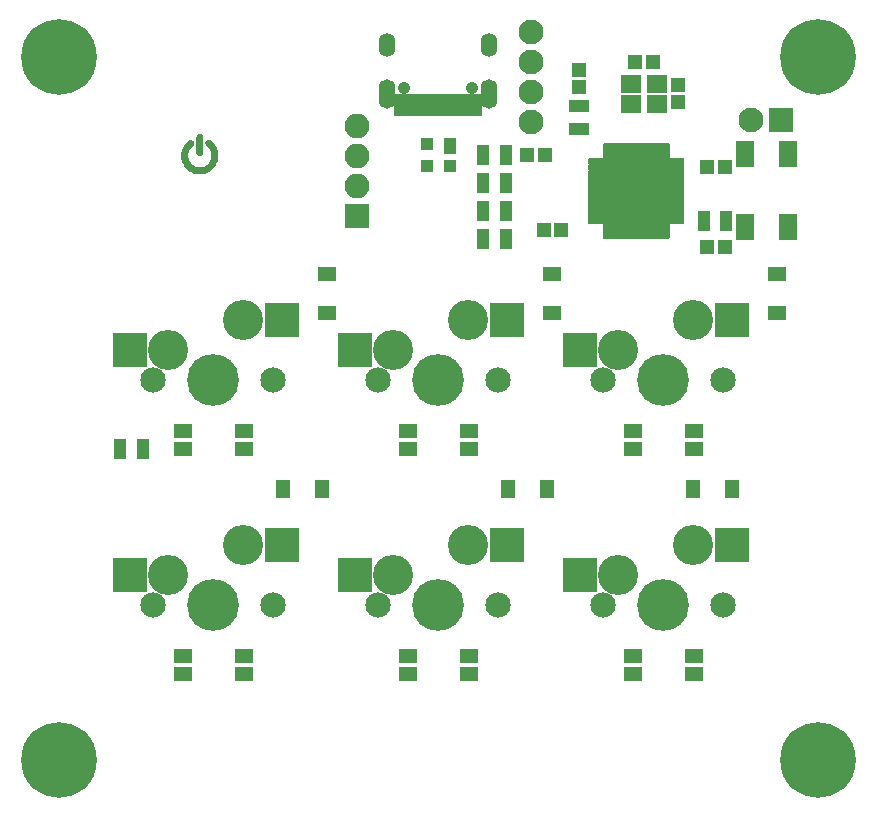
<source format=gbr>
G04 #@! TF.GenerationSoftware,KiCad,Pcbnew,(5.1.5)-3*
G04 #@! TF.CreationDate,2021-05-11T09:46:13+07:00*
G04 #@! TF.ProjectId,uso!VNC,75736f21-564e-4432-9e6b-696361645f70,rev?*
G04 #@! TF.SameCoordinates,Original*
G04 #@! TF.FileFunction,Soldermask,Bot*
G04 #@! TF.FilePolarity,Negative*
%FSLAX46Y46*%
G04 Gerber Fmt 4.6, Leading zero omitted, Abs format (unit mm)*
G04 Created by KiCad (PCBNEW (5.1.5)-3) date 2021-05-11 09:46:13*
%MOMM*%
%LPD*%
G04 APERTURE LIST*
%ADD10C,0.010000*%
%ADD11C,1.400000*%
%ADD12C,6.400000*%
%ADD13R,1.500000X2.200000*%
%ADD14R,2.100000X2.100000*%
%ADD15C,2.100000*%
%ADD16R,1.100000X1.700000*%
%ADD17O,2.100000X2.100000*%
%ADD18R,1.590000X1.300000*%
%ADD19R,2.950000X2.900000*%
%ADD20C,2.150000*%
%ADD21C,3.400000*%
%ADD22C,4.387800*%
%ADD23R,1.800000X1.600000*%
%ADD24R,1.000000X1.850000*%
%ADD25R,0.700000X1.850000*%
%ADD26C,1.050000*%
%ADD27O,1.400000X2.500000*%
%ADD28O,1.400000X2.000000*%
%ADD29C,0.100000*%
%ADD30R,1.100000X1.400000*%
%ADD31R,1.100000X1.000000*%
%ADD32R,1.700000X1.100000*%
%ADD33R,1.300000X1.600000*%
%ADD34R,1.600000X1.300000*%
%ADD35R,1.150000X1.200000*%
%ADD36R,1.200000X1.150000*%
G04 APERTURE END LIST*
D10*
G36*
X246509123Y-93480074D02*
G01*
X246551030Y-93491533D01*
X246562290Y-93496093D01*
X246605424Y-93520713D01*
X246643923Y-93553596D01*
X246675810Y-93592569D01*
X246699109Y-93635457D01*
X246705787Y-93653885D01*
X246707518Y-93659721D01*
X246709066Y-93665829D01*
X246710440Y-93672848D01*
X246711651Y-93681416D01*
X246712709Y-93692173D01*
X246713623Y-93705757D01*
X246714405Y-93722808D01*
X246715064Y-93743964D01*
X246715611Y-93769865D01*
X246716055Y-93801150D01*
X246716406Y-93838457D01*
X246716675Y-93882425D01*
X246716873Y-93933694D01*
X246717008Y-93992903D01*
X246717092Y-94060690D01*
X246717133Y-94137694D01*
X246717144Y-94224556D01*
X246717133Y-94321912D01*
X246717124Y-94368250D01*
X246717053Y-94476999D01*
X246716889Y-94577695D01*
X246716634Y-94670010D01*
X246716291Y-94753621D01*
X246715863Y-94828202D01*
X246715353Y-94893429D01*
X246714762Y-94948976D01*
X246714094Y-94994520D01*
X246713352Y-95029734D01*
X246712537Y-95054295D01*
X246711654Y-95067876D01*
X246711334Y-95069952D01*
X246697662Y-95110733D01*
X246675481Y-95148996D01*
X246647377Y-95183025D01*
X246616150Y-95213089D01*
X246585678Y-95234750D01*
X246552539Y-95250232D01*
X246535003Y-95256026D01*
X246502198Y-95262492D01*
X246464418Y-95264877D01*
X246426304Y-95263231D01*
X246392502Y-95257600D01*
X246381722Y-95254416D01*
X246334570Y-95232283D01*
X246292936Y-95201105D01*
X246258096Y-95162431D01*
X246231331Y-95117813D01*
X246213920Y-95068802D01*
X246209438Y-95045457D01*
X246208549Y-95033362D01*
X246207735Y-95010774D01*
X246206996Y-94978607D01*
X246206332Y-94937776D01*
X246205743Y-94889195D01*
X246205229Y-94833778D01*
X246204789Y-94772440D01*
X246204424Y-94706095D01*
X246204133Y-94635658D01*
X246203917Y-94562042D01*
X246203775Y-94486162D01*
X246203708Y-94408932D01*
X246203715Y-94331267D01*
X246203796Y-94254082D01*
X246203951Y-94178289D01*
X246204180Y-94104805D01*
X246204484Y-94034542D01*
X246204861Y-93968416D01*
X246205313Y-93907341D01*
X246205838Y-93852231D01*
X246206437Y-93804000D01*
X246207110Y-93763563D01*
X246207856Y-93731834D01*
X246208676Y-93709728D01*
X246209533Y-93698401D01*
X246222478Y-93646926D01*
X246245191Y-93599961D01*
X246276521Y-93558684D01*
X246315315Y-93524277D01*
X246360421Y-93497919D01*
X246410689Y-93480790D01*
X246424667Y-93477958D01*
X246465336Y-93475330D01*
X246509123Y-93480074D01*
G37*
X246509123Y-93480074D02*
X246551030Y-93491533D01*
X246562290Y-93496093D01*
X246605424Y-93520713D01*
X246643923Y-93553596D01*
X246675810Y-93592569D01*
X246699109Y-93635457D01*
X246705787Y-93653885D01*
X246707518Y-93659721D01*
X246709066Y-93665829D01*
X246710440Y-93672848D01*
X246711651Y-93681416D01*
X246712709Y-93692173D01*
X246713623Y-93705757D01*
X246714405Y-93722808D01*
X246715064Y-93743964D01*
X246715611Y-93769865D01*
X246716055Y-93801150D01*
X246716406Y-93838457D01*
X246716675Y-93882425D01*
X246716873Y-93933694D01*
X246717008Y-93992903D01*
X246717092Y-94060690D01*
X246717133Y-94137694D01*
X246717144Y-94224556D01*
X246717133Y-94321912D01*
X246717124Y-94368250D01*
X246717053Y-94476999D01*
X246716889Y-94577695D01*
X246716634Y-94670010D01*
X246716291Y-94753621D01*
X246715863Y-94828202D01*
X246715353Y-94893429D01*
X246714762Y-94948976D01*
X246714094Y-94994520D01*
X246713352Y-95029734D01*
X246712537Y-95054295D01*
X246711654Y-95067876D01*
X246711334Y-95069952D01*
X246697662Y-95110733D01*
X246675481Y-95148996D01*
X246647377Y-95183025D01*
X246616150Y-95213089D01*
X246585678Y-95234750D01*
X246552539Y-95250232D01*
X246535003Y-95256026D01*
X246502198Y-95262492D01*
X246464418Y-95264877D01*
X246426304Y-95263231D01*
X246392502Y-95257600D01*
X246381722Y-95254416D01*
X246334570Y-95232283D01*
X246292936Y-95201105D01*
X246258096Y-95162431D01*
X246231331Y-95117813D01*
X246213920Y-95068802D01*
X246209438Y-95045457D01*
X246208549Y-95033362D01*
X246207735Y-95010774D01*
X246206996Y-94978607D01*
X246206332Y-94937776D01*
X246205743Y-94889195D01*
X246205229Y-94833778D01*
X246204789Y-94772440D01*
X246204424Y-94706095D01*
X246204133Y-94635658D01*
X246203917Y-94562042D01*
X246203775Y-94486162D01*
X246203708Y-94408932D01*
X246203715Y-94331267D01*
X246203796Y-94254082D01*
X246203951Y-94178289D01*
X246204180Y-94104805D01*
X246204484Y-94034542D01*
X246204861Y-93968416D01*
X246205313Y-93907341D01*
X246205838Y-93852231D01*
X246206437Y-93804000D01*
X246207110Y-93763563D01*
X246207856Y-93731834D01*
X246208676Y-93709728D01*
X246209533Y-93698401D01*
X246222478Y-93646926D01*
X246245191Y-93599961D01*
X246276521Y-93558684D01*
X246315315Y-93524277D01*
X246360421Y-93497919D01*
X246410689Y-93480790D01*
X246424667Y-93477958D01*
X246465336Y-93475330D01*
X246509123Y-93480074D01*
G36*
X247290068Y-93996132D02*
G01*
X247338244Y-94013374D01*
X247363334Y-94027644D01*
X247394447Y-94049214D01*
X247430044Y-94076831D01*
X247468586Y-94109242D01*
X247508534Y-94145196D01*
X247548351Y-94183437D01*
X247553739Y-94188815D01*
X247623675Y-94262824D01*
X247685009Y-94336517D01*
X247739845Y-94412819D01*
X247790283Y-94494657D01*
X247838425Y-94584957D01*
X247838842Y-94585792D01*
X247891950Y-94704912D01*
X247934420Y-94827636D01*
X247966177Y-94953243D01*
X247987145Y-95081009D01*
X247997250Y-95210212D01*
X247996416Y-95340128D01*
X247984568Y-95470036D01*
X247961632Y-95599212D01*
X247949342Y-95650491D01*
X247918043Y-95753851D01*
X247877382Y-95858958D01*
X247828604Y-95963334D01*
X247772953Y-96064504D01*
X247711673Y-96159989D01*
X247655517Y-96235547D01*
X247628606Y-96267347D01*
X247595246Y-96303824D01*
X247557897Y-96342520D01*
X247519020Y-96380974D01*
X247481075Y-96416726D01*
X247446521Y-96447315D01*
X247430747Y-96460336D01*
X247337977Y-96528516D01*
X247238057Y-96591000D01*
X247133026Y-96646817D01*
X247024923Y-96694997D01*
X246915786Y-96734571D01*
X246807654Y-96764568D01*
X246777196Y-96771251D01*
X246699425Y-96784875D01*
X246616800Y-96795037D01*
X246532859Y-96801490D01*
X246451135Y-96803991D01*
X246375166Y-96802294D01*
X246351487Y-96800734D01*
X246231206Y-96786668D01*
X246113736Y-96763311D01*
X245999415Y-96731205D01*
X245874797Y-96685541D01*
X245756071Y-96630332D01*
X245643615Y-96566028D01*
X245537807Y-96493079D01*
X245439027Y-96411938D01*
X245347653Y-96323055D01*
X245264064Y-96226879D01*
X245188637Y-96123863D01*
X245121753Y-96014457D01*
X245063788Y-95899112D01*
X245015122Y-95778278D01*
X244976134Y-95652406D01*
X244947201Y-95521947D01*
X244938420Y-95467839D01*
X244933825Y-95426408D01*
X244930576Y-95376495D01*
X244928674Y-95320956D01*
X244928120Y-95262645D01*
X244928915Y-95204418D01*
X244931058Y-95149129D01*
X244934552Y-95099634D01*
X244938326Y-95066076D01*
X244962235Y-94934359D01*
X244996765Y-94806219D01*
X245041683Y-94682213D01*
X245096754Y-94562900D01*
X245161746Y-94448837D01*
X245236423Y-94340581D01*
X245249585Y-94323412D01*
X245281166Y-94284985D01*
X245317420Y-94244541D01*
X245356896Y-94203416D01*
X245398145Y-94162945D01*
X245439716Y-94124464D01*
X245480159Y-94089309D01*
X245518025Y-94058815D01*
X245551864Y-94034318D01*
X245580225Y-94017153D01*
X245584252Y-94015131D01*
X245633902Y-93997166D01*
X245685404Y-93989783D01*
X245737014Y-93992807D01*
X245786990Y-94006065D01*
X245833590Y-94029386D01*
X245851062Y-94041621D01*
X245875591Y-94064787D01*
X245899690Y-94095123D01*
X245920569Y-94128634D01*
X245935436Y-94161321D01*
X245936219Y-94163592D01*
X245946506Y-94211062D01*
X245947352Y-94261420D01*
X245939151Y-94311760D01*
X245922294Y-94359171D01*
X245905810Y-94388676D01*
X245892797Y-94404976D01*
X245873888Y-94424597D01*
X245852430Y-94444153D01*
X245844314Y-94450856D01*
X245811825Y-94478468D01*
X245775860Y-94511796D01*
X245738600Y-94548585D01*
X245702222Y-94586579D01*
X245668904Y-94623522D01*
X245640825Y-94657160D01*
X245625618Y-94677300D01*
X245577477Y-94752943D01*
X245534623Y-94836139D01*
X245498411Y-94923723D01*
X245470195Y-95012533D01*
X245455874Y-95073997D01*
X245448178Y-95123991D01*
X245442805Y-95181271D01*
X245439904Y-95241918D01*
X245439626Y-95302011D01*
X245442121Y-95357631D01*
X245444173Y-95380017D01*
X245461336Y-95484797D01*
X245489358Y-95586764D01*
X245527876Y-95685186D01*
X245576524Y-95779328D01*
X245634938Y-95868455D01*
X245702753Y-95951835D01*
X245755385Y-96006160D01*
X245833560Y-96073609D01*
X245919350Y-96133427D01*
X246011256Y-96184857D01*
X246107778Y-96227140D01*
X246207416Y-96259517D01*
X246294881Y-96278936D01*
X246329278Y-96283456D01*
X246371635Y-96286757D01*
X246418961Y-96288810D01*
X246468262Y-96289584D01*
X246516546Y-96289050D01*
X246560821Y-96287179D01*
X246598094Y-96283942D01*
X246611668Y-96282050D01*
X246718518Y-96259137D01*
X246821184Y-96226040D01*
X246919008Y-96183193D01*
X247011332Y-96131033D01*
X247097497Y-96069995D01*
X247176845Y-96000513D01*
X247248718Y-95923024D01*
X247312456Y-95837962D01*
X247333879Y-95804603D01*
X247353582Y-95770168D01*
X247374879Y-95728953D01*
X247395959Y-95684792D01*
X247415009Y-95641520D01*
X247430219Y-95602973D01*
X247433496Y-95593688D01*
X247461938Y-95492929D01*
X247479570Y-95389895D01*
X247486500Y-95285641D01*
X247482834Y-95181227D01*
X247468681Y-95077708D01*
X247444149Y-94976144D01*
X247409344Y-94877590D01*
X247364376Y-94783106D01*
X247347976Y-94754105D01*
X247302084Y-94682245D01*
X247252334Y-94616871D01*
X247196539Y-94555439D01*
X247132511Y-94495404D01*
X247106468Y-94473178D01*
X247081502Y-94451633D01*
X247058047Y-94430100D01*
X247038373Y-94410752D01*
X247024751Y-94395761D01*
X247022422Y-94392765D01*
X246999726Y-94353212D01*
X246984204Y-94307838D01*
X246976514Y-94260005D01*
X246977315Y-94213078D01*
X246982080Y-94187014D01*
X247000371Y-94136406D01*
X247026940Y-94092220D01*
X247060533Y-94055065D01*
X247099900Y-94025553D01*
X247143789Y-94004294D01*
X247190948Y-93991897D01*
X247240125Y-93988973D01*
X247290068Y-93996132D01*
G37*
X247290068Y-93996132D02*
X247338244Y-94013374D01*
X247363334Y-94027644D01*
X247394447Y-94049214D01*
X247430044Y-94076831D01*
X247468586Y-94109242D01*
X247508534Y-94145196D01*
X247548351Y-94183437D01*
X247553739Y-94188815D01*
X247623675Y-94262824D01*
X247685009Y-94336517D01*
X247739845Y-94412819D01*
X247790283Y-94494657D01*
X247838425Y-94584957D01*
X247838842Y-94585792D01*
X247891950Y-94704912D01*
X247934420Y-94827636D01*
X247966177Y-94953243D01*
X247987145Y-95081009D01*
X247997250Y-95210212D01*
X247996416Y-95340128D01*
X247984568Y-95470036D01*
X247961632Y-95599212D01*
X247949342Y-95650491D01*
X247918043Y-95753851D01*
X247877382Y-95858958D01*
X247828604Y-95963334D01*
X247772953Y-96064504D01*
X247711673Y-96159989D01*
X247655517Y-96235547D01*
X247628606Y-96267347D01*
X247595246Y-96303824D01*
X247557897Y-96342520D01*
X247519020Y-96380974D01*
X247481075Y-96416726D01*
X247446521Y-96447315D01*
X247430747Y-96460336D01*
X247337977Y-96528516D01*
X247238057Y-96591000D01*
X247133026Y-96646817D01*
X247024923Y-96694997D01*
X246915786Y-96734571D01*
X246807654Y-96764568D01*
X246777196Y-96771251D01*
X246699425Y-96784875D01*
X246616800Y-96795037D01*
X246532859Y-96801490D01*
X246451135Y-96803991D01*
X246375166Y-96802294D01*
X246351487Y-96800734D01*
X246231206Y-96786668D01*
X246113736Y-96763311D01*
X245999415Y-96731205D01*
X245874797Y-96685541D01*
X245756071Y-96630332D01*
X245643615Y-96566028D01*
X245537807Y-96493079D01*
X245439027Y-96411938D01*
X245347653Y-96323055D01*
X245264064Y-96226879D01*
X245188637Y-96123863D01*
X245121753Y-96014457D01*
X245063788Y-95899112D01*
X245015122Y-95778278D01*
X244976134Y-95652406D01*
X244947201Y-95521947D01*
X244938420Y-95467839D01*
X244933825Y-95426408D01*
X244930576Y-95376495D01*
X244928674Y-95320956D01*
X244928120Y-95262645D01*
X244928915Y-95204418D01*
X244931058Y-95149129D01*
X244934552Y-95099634D01*
X244938326Y-95066076D01*
X244962235Y-94934359D01*
X244996765Y-94806219D01*
X245041683Y-94682213D01*
X245096754Y-94562900D01*
X245161746Y-94448837D01*
X245236423Y-94340581D01*
X245249585Y-94323412D01*
X245281166Y-94284985D01*
X245317420Y-94244541D01*
X245356896Y-94203416D01*
X245398145Y-94162945D01*
X245439716Y-94124464D01*
X245480159Y-94089309D01*
X245518025Y-94058815D01*
X245551864Y-94034318D01*
X245580225Y-94017153D01*
X245584252Y-94015131D01*
X245633902Y-93997166D01*
X245685404Y-93989783D01*
X245737014Y-93992807D01*
X245786990Y-94006065D01*
X245833590Y-94029386D01*
X245851062Y-94041621D01*
X245875591Y-94064787D01*
X245899690Y-94095123D01*
X245920569Y-94128634D01*
X245935436Y-94161321D01*
X245936219Y-94163592D01*
X245946506Y-94211062D01*
X245947352Y-94261420D01*
X245939151Y-94311760D01*
X245922294Y-94359171D01*
X245905810Y-94388676D01*
X245892797Y-94404976D01*
X245873888Y-94424597D01*
X245852430Y-94444153D01*
X245844314Y-94450856D01*
X245811825Y-94478468D01*
X245775860Y-94511796D01*
X245738600Y-94548585D01*
X245702222Y-94586579D01*
X245668904Y-94623522D01*
X245640825Y-94657160D01*
X245625618Y-94677300D01*
X245577477Y-94752943D01*
X245534623Y-94836139D01*
X245498411Y-94923723D01*
X245470195Y-95012533D01*
X245455874Y-95073997D01*
X245448178Y-95123991D01*
X245442805Y-95181271D01*
X245439904Y-95241918D01*
X245439626Y-95302011D01*
X245442121Y-95357631D01*
X245444173Y-95380017D01*
X245461336Y-95484797D01*
X245489358Y-95586764D01*
X245527876Y-95685186D01*
X245576524Y-95779328D01*
X245634938Y-95868455D01*
X245702753Y-95951835D01*
X245755385Y-96006160D01*
X245833560Y-96073609D01*
X245919350Y-96133427D01*
X246011256Y-96184857D01*
X246107778Y-96227140D01*
X246207416Y-96259517D01*
X246294881Y-96278936D01*
X246329278Y-96283456D01*
X246371635Y-96286757D01*
X246418961Y-96288810D01*
X246468262Y-96289584D01*
X246516546Y-96289050D01*
X246560821Y-96287179D01*
X246598094Y-96283942D01*
X246611668Y-96282050D01*
X246718518Y-96259137D01*
X246821184Y-96226040D01*
X246919008Y-96183193D01*
X247011332Y-96131033D01*
X247097497Y-96069995D01*
X247176845Y-96000513D01*
X247248718Y-95923024D01*
X247312456Y-95837962D01*
X247333879Y-95804603D01*
X247353582Y-95770168D01*
X247374879Y-95728953D01*
X247395959Y-95684792D01*
X247415009Y-95641520D01*
X247430219Y-95602973D01*
X247433496Y-95593688D01*
X247461938Y-95492929D01*
X247479570Y-95389895D01*
X247486500Y-95285641D01*
X247482834Y-95181227D01*
X247468681Y-95077708D01*
X247444149Y-94976144D01*
X247409344Y-94877590D01*
X247364376Y-94783106D01*
X247347976Y-94754105D01*
X247302084Y-94682245D01*
X247252334Y-94616871D01*
X247196539Y-94555439D01*
X247132511Y-94495404D01*
X247106468Y-94473178D01*
X247081502Y-94451633D01*
X247058047Y-94430100D01*
X247038373Y-94410752D01*
X247024751Y-94395761D01*
X247022422Y-94392765D01*
X246999726Y-94353212D01*
X246984204Y-94307838D01*
X246976514Y-94260005D01*
X246977315Y-94213078D01*
X246982080Y-94187014D01*
X247000371Y-94136406D01*
X247026940Y-94092220D01*
X247060533Y-94055065D01*
X247099900Y-94025553D01*
X247143789Y-94004294D01*
X247190948Y-93991897D01*
X247240125Y-93988973D01*
X247290068Y-93996132D01*
D11*
X233029125Y-85137625D03*
X233029125Y-88693625D03*
X236077125Y-88693625D03*
X236077125Y-85137625D03*
X236839125Y-86915625D03*
X234553125Y-89201625D03*
X232267125Y-86915625D03*
X234553125Y-84629625D03*
D12*
X234553125Y-86915625D03*
D11*
X297322875Y-144668875D03*
X297322875Y-148224875D03*
X300370875Y-148224875D03*
X300370875Y-144668875D03*
X301132875Y-146446875D03*
X298846875Y-148732875D03*
X296560875Y-146446875D03*
X298846875Y-144160875D03*
D12*
X298846875Y-146446875D03*
X298846875Y-86915625D03*
D11*
X298846875Y-84629625D03*
X296560875Y-86915625D03*
X298846875Y-89201625D03*
X301132875Y-86915625D03*
X300370875Y-85137625D03*
X300370875Y-88693625D03*
X297322875Y-88693625D03*
X297322875Y-85137625D03*
D12*
X234553125Y-146446875D03*
D11*
X234553125Y-144160875D03*
X232267125Y-146446875D03*
X234553125Y-148732875D03*
X236839125Y-146446875D03*
X236077125Y-144668875D03*
X236077125Y-148224875D03*
X233029125Y-148224875D03*
X233029125Y-144668875D03*
D13*
X296327000Y-95166000D03*
X292627000Y-101366000D03*
X292627000Y-95166000D03*
X296327000Y-101366000D03*
D14*
X295747000Y-92266000D03*
D15*
X293207000Y-92266000D03*
X274574000Y-87376000D03*
X274574000Y-89916000D03*
X274574000Y-84836000D03*
X274574000Y-92456000D03*
D16*
X241678500Y-120142000D03*
X239778500Y-120142000D03*
D14*
X259826250Y-100396250D03*
D17*
X259826250Y-92776250D03*
X259826250Y-97856250D03*
X259826250Y-95316250D03*
D18*
X245055000Y-137680000D03*
X250245000Y-139180000D03*
X250245000Y-137680000D03*
X245055000Y-139180000D03*
X264105000Y-137680000D03*
X269295000Y-139180000D03*
X269295000Y-137680000D03*
X264105000Y-139180000D03*
X283155000Y-139180000D03*
X288345000Y-137680000D03*
X288345000Y-139180000D03*
X283155000Y-137680000D03*
D19*
X291592000Y-128270000D03*
X278665000Y-130810000D03*
D20*
X290830000Y-133350000D03*
X280670000Y-133350000D03*
D21*
X281940000Y-130810000D03*
D22*
X285750000Y-133350000D03*
D21*
X288290000Y-128270000D03*
D19*
X291592000Y-109220000D03*
X278665000Y-111760000D03*
D20*
X290830000Y-114300000D03*
X280670000Y-114300000D03*
D21*
X281940000Y-111760000D03*
D22*
X285750000Y-114300000D03*
D21*
X288290000Y-109220000D03*
X269240000Y-128270000D03*
D22*
X266700000Y-133350000D03*
D21*
X262890000Y-130810000D03*
D20*
X261620000Y-133350000D03*
X271780000Y-133350000D03*
D19*
X259615000Y-130810000D03*
X272542000Y-128270000D03*
D21*
X269240000Y-109220000D03*
D22*
X266700000Y-114300000D03*
D21*
X262890000Y-111760000D03*
D20*
X261620000Y-114300000D03*
X271780000Y-114300000D03*
D19*
X259615000Y-111760000D03*
X272542000Y-109220000D03*
D21*
X250190000Y-128270000D03*
D22*
X247650000Y-133350000D03*
D21*
X243840000Y-130810000D03*
D20*
X242570000Y-133350000D03*
X252730000Y-133350000D03*
D19*
X240565000Y-130810000D03*
X253492000Y-128270000D03*
D21*
X250190000Y-109220000D03*
D22*
X247650000Y-114300000D03*
D21*
X243840000Y-111760000D03*
D20*
X242570000Y-114300000D03*
X252730000Y-114300000D03*
D19*
X240565000Y-111760000D03*
X253492000Y-109220000D03*
D23*
X285199000Y-89193000D03*
X282999000Y-89193000D03*
X282999000Y-90893000D03*
X285199000Y-90893000D03*
D24*
X269925000Y-91038750D03*
X263475000Y-91038750D03*
X269150000Y-91038750D03*
X264250000Y-91038750D03*
D25*
X264950000Y-91038750D03*
X268450000Y-91038750D03*
X265450000Y-91038750D03*
X267950000Y-91038750D03*
X265950000Y-91038750D03*
X267450000Y-91038750D03*
X266950000Y-91038750D03*
X266450000Y-91038750D03*
D26*
X269590000Y-89593750D03*
X263810000Y-89593750D03*
D27*
X262380000Y-90123750D03*
X271020000Y-90123750D03*
D28*
X262380000Y-85943750D03*
X271020000Y-85943750D03*
D29*
G36*
X286021158Y-95499296D02*
G01*
X286047293Y-95503173D01*
X286072923Y-95509593D01*
X286097799Y-95518494D01*
X286121684Y-95529790D01*
X286144346Y-95543374D01*
X286165567Y-95559113D01*
X286185144Y-95576856D01*
X286202887Y-95596433D01*
X286218626Y-95617654D01*
X286232210Y-95640316D01*
X286243506Y-95664201D01*
X286252407Y-95689077D01*
X286258827Y-95714707D01*
X286262704Y-95740842D01*
X286264000Y-95767231D01*
X286264000Y-100828769D01*
X286262704Y-100855158D01*
X286258827Y-100881293D01*
X286252407Y-100906923D01*
X286243506Y-100931799D01*
X286232210Y-100955684D01*
X286218626Y-100978346D01*
X286202887Y-100999567D01*
X286185144Y-101019144D01*
X286165567Y-101036887D01*
X286144346Y-101052626D01*
X286121684Y-101066210D01*
X286097799Y-101077506D01*
X286072923Y-101086407D01*
X286047293Y-101092827D01*
X286021158Y-101096704D01*
X285994769Y-101098000D01*
X280933231Y-101098000D01*
X280906842Y-101096704D01*
X280880707Y-101092827D01*
X280855077Y-101086407D01*
X280830201Y-101077506D01*
X280806316Y-101066210D01*
X280783654Y-101052626D01*
X280762433Y-101036887D01*
X280742856Y-101019144D01*
X280725113Y-100999567D01*
X280709374Y-100978346D01*
X280695790Y-100955684D01*
X280684494Y-100931799D01*
X280675593Y-100906923D01*
X280669173Y-100881293D01*
X280665296Y-100855158D01*
X280664000Y-100828769D01*
X280664000Y-95767231D01*
X280665296Y-95740842D01*
X280669173Y-95714707D01*
X280675593Y-95689077D01*
X280684494Y-95664201D01*
X280695790Y-95640316D01*
X280709374Y-95617654D01*
X280725113Y-95596433D01*
X280742856Y-95576856D01*
X280762433Y-95559113D01*
X280783654Y-95543374D01*
X280806316Y-95529790D01*
X280830201Y-95518494D01*
X280855077Y-95509593D01*
X280880707Y-95503173D01*
X280906842Y-95499296D01*
X280933231Y-95498000D01*
X285994769Y-95498000D01*
X286021158Y-95499296D01*
G37*
G36*
X280717428Y-100473782D02*
G01*
X280733202Y-100476122D01*
X280748671Y-100479997D01*
X280763686Y-100485370D01*
X280778102Y-100492188D01*
X280791780Y-100500386D01*
X280804589Y-100509886D01*
X280816405Y-100520595D01*
X280827114Y-100532411D01*
X280836614Y-100545220D01*
X280844812Y-100558898D01*
X280851630Y-100573314D01*
X280857003Y-100588329D01*
X280860878Y-100603798D01*
X280863218Y-100619572D01*
X280864000Y-100635500D01*
X280864000Y-100960500D01*
X280863218Y-100976428D01*
X280860878Y-100992202D01*
X280857003Y-101007671D01*
X280851630Y-101022686D01*
X280844812Y-101037102D01*
X280836614Y-101050780D01*
X280827114Y-101063589D01*
X280816405Y-101075405D01*
X280804589Y-101086114D01*
X280791780Y-101095614D01*
X280778102Y-101103812D01*
X280763686Y-101110630D01*
X280748671Y-101116003D01*
X280733202Y-101119878D01*
X280717428Y-101122218D01*
X280701500Y-101123000D01*
X279551500Y-101123000D01*
X279535572Y-101122218D01*
X279519798Y-101119878D01*
X279504329Y-101116003D01*
X279489314Y-101110630D01*
X279474898Y-101103812D01*
X279461220Y-101095614D01*
X279448411Y-101086114D01*
X279436595Y-101075405D01*
X279425886Y-101063589D01*
X279416386Y-101050780D01*
X279408188Y-101037102D01*
X279401370Y-101022686D01*
X279395997Y-101007671D01*
X279392122Y-100992202D01*
X279389782Y-100976428D01*
X279389000Y-100960500D01*
X279389000Y-100635500D01*
X279389782Y-100619572D01*
X279392122Y-100603798D01*
X279395997Y-100588329D01*
X279401370Y-100573314D01*
X279408188Y-100558898D01*
X279416386Y-100545220D01*
X279425886Y-100532411D01*
X279436595Y-100520595D01*
X279448411Y-100509886D01*
X279461220Y-100500386D01*
X279474898Y-100492188D01*
X279489314Y-100485370D01*
X279504329Y-100479997D01*
X279519798Y-100476122D01*
X279535572Y-100473782D01*
X279551500Y-100473000D01*
X280701500Y-100473000D01*
X280717428Y-100473782D01*
G37*
G36*
X280717428Y-99973782D02*
G01*
X280733202Y-99976122D01*
X280748671Y-99979997D01*
X280763686Y-99985370D01*
X280778102Y-99992188D01*
X280791780Y-100000386D01*
X280804589Y-100009886D01*
X280816405Y-100020595D01*
X280827114Y-100032411D01*
X280836614Y-100045220D01*
X280844812Y-100058898D01*
X280851630Y-100073314D01*
X280857003Y-100088329D01*
X280860878Y-100103798D01*
X280863218Y-100119572D01*
X280864000Y-100135500D01*
X280864000Y-100460500D01*
X280863218Y-100476428D01*
X280860878Y-100492202D01*
X280857003Y-100507671D01*
X280851630Y-100522686D01*
X280844812Y-100537102D01*
X280836614Y-100550780D01*
X280827114Y-100563589D01*
X280816405Y-100575405D01*
X280804589Y-100586114D01*
X280791780Y-100595614D01*
X280778102Y-100603812D01*
X280763686Y-100610630D01*
X280748671Y-100616003D01*
X280733202Y-100619878D01*
X280717428Y-100622218D01*
X280701500Y-100623000D01*
X279551500Y-100623000D01*
X279535572Y-100622218D01*
X279519798Y-100619878D01*
X279504329Y-100616003D01*
X279489314Y-100610630D01*
X279474898Y-100603812D01*
X279461220Y-100595614D01*
X279448411Y-100586114D01*
X279436595Y-100575405D01*
X279425886Y-100563589D01*
X279416386Y-100550780D01*
X279408188Y-100537102D01*
X279401370Y-100522686D01*
X279395997Y-100507671D01*
X279392122Y-100492202D01*
X279389782Y-100476428D01*
X279389000Y-100460500D01*
X279389000Y-100135500D01*
X279389782Y-100119572D01*
X279392122Y-100103798D01*
X279395997Y-100088329D01*
X279401370Y-100073314D01*
X279408188Y-100058898D01*
X279416386Y-100045220D01*
X279425886Y-100032411D01*
X279436595Y-100020595D01*
X279448411Y-100009886D01*
X279461220Y-100000386D01*
X279474898Y-99992188D01*
X279489314Y-99985370D01*
X279504329Y-99979997D01*
X279519798Y-99976122D01*
X279535572Y-99973782D01*
X279551500Y-99973000D01*
X280701500Y-99973000D01*
X280717428Y-99973782D01*
G37*
G36*
X280717428Y-99473782D02*
G01*
X280733202Y-99476122D01*
X280748671Y-99479997D01*
X280763686Y-99485370D01*
X280778102Y-99492188D01*
X280791780Y-99500386D01*
X280804589Y-99509886D01*
X280816405Y-99520595D01*
X280827114Y-99532411D01*
X280836614Y-99545220D01*
X280844812Y-99558898D01*
X280851630Y-99573314D01*
X280857003Y-99588329D01*
X280860878Y-99603798D01*
X280863218Y-99619572D01*
X280864000Y-99635500D01*
X280864000Y-99960500D01*
X280863218Y-99976428D01*
X280860878Y-99992202D01*
X280857003Y-100007671D01*
X280851630Y-100022686D01*
X280844812Y-100037102D01*
X280836614Y-100050780D01*
X280827114Y-100063589D01*
X280816405Y-100075405D01*
X280804589Y-100086114D01*
X280791780Y-100095614D01*
X280778102Y-100103812D01*
X280763686Y-100110630D01*
X280748671Y-100116003D01*
X280733202Y-100119878D01*
X280717428Y-100122218D01*
X280701500Y-100123000D01*
X279551500Y-100123000D01*
X279535572Y-100122218D01*
X279519798Y-100119878D01*
X279504329Y-100116003D01*
X279489314Y-100110630D01*
X279474898Y-100103812D01*
X279461220Y-100095614D01*
X279448411Y-100086114D01*
X279436595Y-100075405D01*
X279425886Y-100063589D01*
X279416386Y-100050780D01*
X279408188Y-100037102D01*
X279401370Y-100022686D01*
X279395997Y-100007671D01*
X279392122Y-99992202D01*
X279389782Y-99976428D01*
X279389000Y-99960500D01*
X279389000Y-99635500D01*
X279389782Y-99619572D01*
X279392122Y-99603798D01*
X279395997Y-99588329D01*
X279401370Y-99573314D01*
X279408188Y-99558898D01*
X279416386Y-99545220D01*
X279425886Y-99532411D01*
X279436595Y-99520595D01*
X279448411Y-99509886D01*
X279461220Y-99500386D01*
X279474898Y-99492188D01*
X279489314Y-99485370D01*
X279504329Y-99479997D01*
X279519798Y-99476122D01*
X279535572Y-99473782D01*
X279551500Y-99473000D01*
X280701500Y-99473000D01*
X280717428Y-99473782D01*
G37*
G36*
X280717428Y-98973782D02*
G01*
X280733202Y-98976122D01*
X280748671Y-98979997D01*
X280763686Y-98985370D01*
X280778102Y-98992188D01*
X280791780Y-99000386D01*
X280804589Y-99009886D01*
X280816405Y-99020595D01*
X280827114Y-99032411D01*
X280836614Y-99045220D01*
X280844812Y-99058898D01*
X280851630Y-99073314D01*
X280857003Y-99088329D01*
X280860878Y-99103798D01*
X280863218Y-99119572D01*
X280864000Y-99135500D01*
X280864000Y-99460500D01*
X280863218Y-99476428D01*
X280860878Y-99492202D01*
X280857003Y-99507671D01*
X280851630Y-99522686D01*
X280844812Y-99537102D01*
X280836614Y-99550780D01*
X280827114Y-99563589D01*
X280816405Y-99575405D01*
X280804589Y-99586114D01*
X280791780Y-99595614D01*
X280778102Y-99603812D01*
X280763686Y-99610630D01*
X280748671Y-99616003D01*
X280733202Y-99619878D01*
X280717428Y-99622218D01*
X280701500Y-99623000D01*
X279551500Y-99623000D01*
X279535572Y-99622218D01*
X279519798Y-99619878D01*
X279504329Y-99616003D01*
X279489314Y-99610630D01*
X279474898Y-99603812D01*
X279461220Y-99595614D01*
X279448411Y-99586114D01*
X279436595Y-99575405D01*
X279425886Y-99563589D01*
X279416386Y-99550780D01*
X279408188Y-99537102D01*
X279401370Y-99522686D01*
X279395997Y-99507671D01*
X279392122Y-99492202D01*
X279389782Y-99476428D01*
X279389000Y-99460500D01*
X279389000Y-99135500D01*
X279389782Y-99119572D01*
X279392122Y-99103798D01*
X279395997Y-99088329D01*
X279401370Y-99073314D01*
X279408188Y-99058898D01*
X279416386Y-99045220D01*
X279425886Y-99032411D01*
X279436595Y-99020595D01*
X279448411Y-99009886D01*
X279461220Y-99000386D01*
X279474898Y-98992188D01*
X279489314Y-98985370D01*
X279504329Y-98979997D01*
X279519798Y-98976122D01*
X279535572Y-98973782D01*
X279551500Y-98973000D01*
X280701500Y-98973000D01*
X280717428Y-98973782D01*
G37*
G36*
X280717428Y-98473782D02*
G01*
X280733202Y-98476122D01*
X280748671Y-98479997D01*
X280763686Y-98485370D01*
X280778102Y-98492188D01*
X280791780Y-98500386D01*
X280804589Y-98509886D01*
X280816405Y-98520595D01*
X280827114Y-98532411D01*
X280836614Y-98545220D01*
X280844812Y-98558898D01*
X280851630Y-98573314D01*
X280857003Y-98588329D01*
X280860878Y-98603798D01*
X280863218Y-98619572D01*
X280864000Y-98635500D01*
X280864000Y-98960500D01*
X280863218Y-98976428D01*
X280860878Y-98992202D01*
X280857003Y-99007671D01*
X280851630Y-99022686D01*
X280844812Y-99037102D01*
X280836614Y-99050780D01*
X280827114Y-99063589D01*
X280816405Y-99075405D01*
X280804589Y-99086114D01*
X280791780Y-99095614D01*
X280778102Y-99103812D01*
X280763686Y-99110630D01*
X280748671Y-99116003D01*
X280733202Y-99119878D01*
X280717428Y-99122218D01*
X280701500Y-99123000D01*
X279551500Y-99123000D01*
X279535572Y-99122218D01*
X279519798Y-99119878D01*
X279504329Y-99116003D01*
X279489314Y-99110630D01*
X279474898Y-99103812D01*
X279461220Y-99095614D01*
X279448411Y-99086114D01*
X279436595Y-99075405D01*
X279425886Y-99063589D01*
X279416386Y-99050780D01*
X279408188Y-99037102D01*
X279401370Y-99022686D01*
X279395997Y-99007671D01*
X279392122Y-98992202D01*
X279389782Y-98976428D01*
X279389000Y-98960500D01*
X279389000Y-98635500D01*
X279389782Y-98619572D01*
X279392122Y-98603798D01*
X279395997Y-98588329D01*
X279401370Y-98573314D01*
X279408188Y-98558898D01*
X279416386Y-98545220D01*
X279425886Y-98532411D01*
X279436595Y-98520595D01*
X279448411Y-98509886D01*
X279461220Y-98500386D01*
X279474898Y-98492188D01*
X279489314Y-98485370D01*
X279504329Y-98479997D01*
X279519798Y-98476122D01*
X279535572Y-98473782D01*
X279551500Y-98473000D01*
X280701500Y-98473000D01*
X280717428Y-98473782D01*
G37*
G36*
X280717428Y-97973782D02*
G01*
X280733202Y-97976122D01*
X280748671Y-97979997D01*
X280763686Y-97985370D01*
X280778102Y-97992188D01*
X280791780Y-98000386D01*
X280804589Y-98009886D01*
X280816405Y-98020595D01*
X280827114Y-98032411D01*
X280836614Y-98045220D01*
X280844812Y-98058898D01*
X280851630Y-98073314D01*
X280857003Y-98088329D01*
X280860878Y-98103798D01*
X280863218Y-98119572D01*
X280864000Y-98135500D01*
X280864000Y-98460500D01*
X280863218Y-98476428D01*
X280860878Y-98492202D01*
X280857003Y-98507671D01*
X280851630Y-98522686D01*
X280844812Y-98537102D01*
X280836614Y-98550780D01*
X280827114Y-98563589D01*
X280816405Y-98575405D01*
X280804589Y-98586114D01*
X280791780Y-98595614D01*
X280778102Y-98603812D01*
X280763686Y-98610630D01*
X280748671Y-98616003D01*
X280733202Y-98619878D01*
X280717428Y-98622218D01*
X280701500Y-98623000D01*
X279551500Y-98623000D01*
X279535572Y-98622218D01*
X279519798Y-98619878D01*
X279504329Y-98616003D01*
X279489314Y-98610630D01*
X279474898Y-98603812D01*
X279461220Y-98595614D01*
X279448411Y-98586114D01*
X279436595Y-98575405D01*
X279425886Y-98563589D01*
X279416386Y-98550780D01*
X279408188Y-98537102D01*
X279401370Y-98522686D01*
X279395997Y-98507671D01*
X279392122Y-98492202D01*
X279389782Y-98476428D01*
X279389000Y-98460500D01*
X279389000Y-98135500D01*
X279389782Y-98119572D01*
X279392122Y-98103798D01*
X279395997Y-98088329D01*
X279401370Y-98073314D01*
X279408188Y-98058898D01*
X279416386Y-98045220D01*
X279425886Y-98032411D01*
X279436595Y-98020595D01*
X279448411Y-98009886D01*
X279461220Y-98000386D01*
X279474898Y-97992188D01*
X279489314Y-97985370D01*
X279504329Y-97979997D01*
X279519798Y-97976122D01*
X279535572Y-97973782D01*
X279551500Y-97973000D01*
X280701500Y-97973000D01*
X280717428Y-97973782D01*
G37*
G36*
X280717428Y-97473782D02*
G01*
X280733202Y-97476122D01*
X280748671Y-97479997D01*
X280763686Y-97485370D01*
X280778102Y-97492188D01*
X280791780Y-97500386D01*
X280804589Y-97509886D01*
X280816405Y-97520595D01*
X280827114Y-97532411D01*
X280836614Y-97545220D01*
X280844812Y-97558898D01*
X280851630Y-97573314D01*
X280857003Y-97588329D01*
X280860878Y-97603798D01*
X280863218Y-97619572D01*
X280864000Y-97635500D01*
X280864000Y-97960500D01*
X280863218Y-97976428D01*
X280860878Y-97992202D01*
X280857003Y-98007671D01*
X280851630Y-98022686D01*
X280844812Y-98037102D01*
X280836614Y-98050780D01*
X280827114Y-98063589D01*
X280816405Y-98075405D01*
X280804589Y-98086114D01*
X280791780Y-98095614D01*
X280778102Y-98103812D01*
X280763686Y-98110630D01*
X280748671Y-98116003D01*
X280733202Y-98119878D01*
X280717428Y-98122218D01*
X280701500Y-98123000D01*
X279551500Y-98123000D01*
X279535572Y-98122218D01*
X279519798Y-98119878D01*
X279504329Y-98116003D01*
X279489314Y-98110630D01*
X279474898Y-98103812D01*
X279461220Y-98095614D01*
X279448411Y-98086114D01*
X279436595Y-98075405D01*
X279425886Y-98063589D01*
X279416386Y-98050780D01*
X279408188Y-98037102D01*
X279401370Y-98022686D01*
X279395997Y-98007671D01*
X279392122Y-97992202D01*
X279389782Y-97976428D01*
X279389000Y-97960500D01*
X279389000Y-97635500D01*
X279389782Y-97619572D01*
X279392122Y-97603798D01*
X279395997Y-97588329D01*
X279401370Y-97573314D01*
X279408188Y-97558898D01*
X279416386Y-97545220D01*
X279425886Y-97532411D01*
X279436595Y-97520595D01*
X279448411Y-97509886D01*
X279461220Y-97500386D01*
X279474898Y-97492188D01*
X279489314Y-97485370D01*
X279504329Y-97479997D01*
X279519798Y-97476122D01*
X279535572Y-97473782D01*
X279551500Y-97473000D01*
X280701500Y-97473000D01*
X280717428Y-97473782D01*
G37*
G36*
X280717428Y-96973782D02*
G01*
X280733202Y-96976122D01*
X280748671Y-96979997D01*
X280763686Y-96985370D01*
X280778102Y-96992188D01*
X280791780Y-97000386D01*
X280804589Y-97009886D01*
X280816405Y-97020595D01*
X280827114Y-97032411D01*
X280836614Y-97045220D01*
X280844812Y-97058898D01*
X280851630Y-97073314D01*
X280857003Y-97088329D01*
X280860878Y-97103798D01*
X280863218Y-97119572D01*
X280864000Y-97135500D01*
X280864000Y-97460500D01*
X280863218Y-97476428D01*
X280860878Y-97492202D01*
X280857003Y-97507671D01*
X280851630Y-97522686D01*
X280844812Y-97537102D01*
X280836614Y-97550780D01*
X280827114Y-97563589D01*
X280816405Y-97575405D01*
X280804589Y-97586114D01*
X280791780Y-97595614D01*
X280778102Y-97603812D01*
X280763686Y-97610630D01*
X280748671Y-97616003D01*
X280733202Y-97619878D01*
X280717428Y-97622218D01*
X280701500Y-97623000D01*
X279551500Y-97623000D01*
X279535572Y-97622218D01*
X279519798Y-97619878D01*
X279504329Y-97616003D01*
X279489314Y-97610630D01*
X279474898Y-97603812D01*
X279461220Y-97595614D01*
X279448411Y-97586114D01*
X279436595Y-97575405D01*
X279425886Y-97563589D01*
X279416386Y-97550780D01*
X279408188Y-97537102D01*
X279401370Y-97522686D01*
X279395997Y-97507671D01*
X279392122Y-97492202D01*
X279389782Y-97476428D01*
X279389000Y-97460500D01*
X279389000Y-97135500D01*
X279389782Y-97119572D01*
X279392122Y-97103798D01*
X279395997Y-97088329D01*
X279401370Y-97073314D01*
X279408188Y-97058898D01*
X279416386Y-97045220D01*
X279425886Y-97032411D01*
X279436595Y-97020595D01*
X279448411Y-97009886D01*
X279461220Y-97000386D01*
X279474898Y-96992188D01*
X279489314Y-96985370D01*
X279504329Y-96979997D01*
X279519798Y-96976122D01*
X279535572Y-96973782D01*
X279551500Y-96973000D01*
X280701500Y-96973000D01*
X280717428Y-96973782D01*
G37*
G36*
X280717428Y-96473782D02*
G01*
X280733202Y-96476122D01*
X280748671Y-96479997D01*
X280763686Y-96485370D01*
X280778102Y-96492188D01*
X280791780Y-96500386D01*
X280804589Y-96509886D01*
X280816405Y-96520595D01*
X280827114Y-96532411D01*
X280836614Y-96545220D01*
X280844812Y-96558898D01*
X280851630Y-96573314D01*
X280857003Y-96588329D01*
X280860878Y-96603798D01*
X280863218Y-96619572D01*
X280864000Y-96635500D01*
X280864000Y-96960500D01*
X280863218Y-96976428D01*
X280860878Y-96992202D01*
X280857003Y-97007671D01*
X280851630Y-97022686D01*
X280844812Y-97037102D01*
X280836614Y-97050780D01*
X280827114Y-97063589D01*
X280816405Y-97075405D01*
X280804589Y-97086114D01*
X280791780Y-97095614D01*
X280778102Y-97103812D01*
X280763686Y-97110630D01*
X280748671Y-97116003D01*
X280733202Y-97119878D01*
X280717428Y-97122218D01*
X280701500Y-97123000D01*
X279551500Y-97123000D01*
X279535572Y-97122218D01*
X279519798Y-97119878D01*
X279504329Y-97116003D01*
X279489314Y-97110630D01*
X279474898Y-97103812D01*
X279461220Y-97095614D01*
X279448411Y-97086114D01*
X279436595Y-97075405D01*
X279425886Y-97063589D01*
X279416386Y-97050780D01*
X279408188Y-97037102D01*
X279401370Y-97022686D01*
X279395997Y-97007671D01*
X279392122Y-96992202D01*
X279389782Y-96976428D01*
X279389000Y-96960500D01*
X279389000Y-96635500D01*
X279389782Y-96619572D01*
X279392122Y-96603798D01*
X279395997Y-96588329D01*
X279401370Y-96573314D01*
X279408188Y-96558898D01*
X279416386Y-96545220D01*
X279425886Y-96532411D01*
X279436595Y-96520595D01*
X279448411Y-96509886D01*
X279461220Y-96500386D01*
X279474898Y-96492188D01*
X279489314Y-96485370D01*
X279504329Y-96479997D01*
X279519798Y-96476122D01*
X279535572Y-96473782D01*
X279551500Y-96473000D01*
X280701500Y-96473000D01*
X280717428Y-96473782D01*
G37*
G36*
X280717428Y-95973782D02*
G01*
X280733202Y-95976122D01*
X280748671Y-95979997D01*
X280763686Y-95985370D01*
X280778102Y-95992188D01*
X280791780Y-96000386D01*
X280804589Y-96009886D01*
X280816405Y-96020595D01*
X280827114Y-96032411D01*
X280836614Y-96045220D01*
X280844812Y-96058898D01*
X280851630Y-96073314D01*
X280857003Y-96088329D01*
X280860878Y-96103798D01*
X280863218Y-96119572D01*
X280864000Y-96135500D01*
X280864000Y-96460500D01*
X280863218Y-96476428D01*
X280860878Y-96492202D01*
X280857003Y-96507671D01*
X280851630Y-96522686D01*
X280844812Y-96537102D01*
X280836614Y-96550780D01*
X280827114Y-96563589D01*
X280816405Y-96575405D01*
X280804589Y-96586114D01*
X280791780Y-96595614D01*
X280778102Y-96603812D01*
X280763686Y-96610630D01*
X280748671Y-96616003D01*
X280733202Y-96619878D01*
X280717428Y-96622218D01*
X280701500Y-96623000D01*
X279551500Y-96623000D01*
X279535572Y-96622218D01*
X279519798Y-96619878D01*
X279504329Y-96616003D01*
X279489314Y-96610630D01*
X279474898Y-96603812D01*
X279461220Y-96595614D01*
X279448411Y-96586114D01*
X279436595Y-96575405D01*
X279425886Y-96563589D01*
X279416386Y-96550780D01*
X279408188Y-96537102D01*
X279401370Y-96522686D01*
X279395997Y-96507671D01*
X279392122Y-96492202D01*
X279389782Y-96476428D01*
X279389000Y-96460500D01*
X279389000Y-96135500D01*
X279389782Y-96119572D01*
X279392122Y-96103798D01*
X279395997Y-96088329D01*
X279401370Y-96073314D01*
X279408188Y-96058898D01*
X279416386Y-96045220D01*
X279425886Y-96032411D01*
X279436595Y-96020595D01*
X279448411Y-96009886D01*
X279461220Y-96000386D01*
X279474898Y-95992188D01*
X279489314Y-95985370D01*
X279504329Y-95979997D01*
X279519798Y-95976122D01*
X279535572Y-95973782D01*
X279551500Y-95973000D01*
X280701500Y-95973000D01*
X280717428Y-95973782D01*
G37*
G36*
X280717428Y-95473782D02*
G01*
X280733202Y-95476122D01*
X280748671Y-95479997D01*
X280763686Y-95485370D01*
X280778102Y-95492188D01*
X280791780Y-95500386D01*
X280804589Y-95509886D01*
X280816405Y-95520595D01*
X280827114Y-95532411D01*
X280836614Y-95545220D01*
X280844812Y-95558898D01*
X280851630Y-95573314D01*
X280857003Y-95588329D01*
X280860878Y-95603798D01*
X280863218Y-95619572D01*
X280864000Y-95635500D01*
X280864000Y-95960500D01*
X280863218Y-95976428D01*
X280860878Y-95992202D01*
X280857003Y-96007671D01*
X280851630Y-96022686D01*
X280844812Y-96037102D01*
X280836614Y-96050780D01*
X280827114Y-96063589D01*
X280816405Y-96075405D01*
X280804589Y-96086114D01*
X280791780Y-96095614D01*
X280778102Y-96103812D01*
X280763686Y-96110630D01*
X280748671Y-96116003D01*
X280733202Y-96119878D01*
X280717428Y-96122218D01*
X280701500Y-96123000D01*
X279551500Y-96123000D01*
X279535572Y-96122218D01*
X279519798Y-96119878D01*
X279504329Y-96116003D01*
X279489314Y-96110630D01*
X279474898Y-96103812D01*
X279461220Y-96095614D01*
X279448411Y-96086114D01*
X279436595Y-96075405D01*
X279425886Y-96063589D01*
X279416386Y-96050780D01*
X279408188Y-96037102D01*
X279401370Y-96022686D01*
X279395997Y-96007671D01*
X279392122Y-95992202D01*
X279389782Y-95976428D01*
X279389000Y-95960500D01*
X279389000Y-95635500D01*
X279389782Y-95619572D01*
X279392122Y-95603798D01*
X279395997Y-95588329D01*
X279401370Y-95573314D01*
X279408188Y-95558898D01*
X279416386Y-95545220D01*
X279425886Y-95532411D01*
X279436595Y-95520595D01*
X279448411Y-95509886D01*
X279461220Y-95500386D01*
X279474898Y-95492188D01*
X279489314Y-95485370D01*
X279504329Y-95479997D01*
X279519798Y-95476122D01*
X279535572Y-95473782D01*
X279551500Y-95473000D01*
X280701500Y-95473000D01*
X280717428Y-95473782D01*
G37*
G36*
X281142428Y-94223782D02*
G01*
X281158202Y-94226122D01*
X281173671Y-94229997D01*
X281188686Y-94235370D01*
X281203102Y-94242188D01*
X281216780Y-94250386D01*
X281229589Y-94259886D01*
X281241405Y-94270595D01*
X281252114Y-94282411D01*
X281261614Y-94295220D01*
X281269812Y-94308898D01*
X281276630Y-94323314D01*
X281282003Y-94338329D01*
X281285878Y-94353798D01*
X281288218Y-94369572D01*
X281289000Y-94385500D01*
X281289000Y-95535500D01*
X281288218Y-95551428D01*
X281285878Y-95567202D01*
X281282003Y-95582671D01*
X281276630Y-95597686D01*
X281269812Y-95612102D01*
X281261614Y-95625780D01*
X281252114Y-95638589D01*
X281241405Y-95650405D01*
X281229589Y-95661114D01*
X281216780Y-95670614D01*
X281203102Y-95678812D01*
X281188686Y-95685630D01*
X281173671Y-95691003D01*
X281158202Y-95694878D01*
X281142428Y-95697218D01*
X281126500Y-95698000D01*
X280801500Y-95698000D01*
X280785572Y-95697218D01*
X280769798Y-95694878D01*
X280754329Y-95691003D01*
X280739314Y-95685630D01*
X280724898Y-95678812D01*
X280711220Y-95670614D01*
X280698411Y-95661114D01*
X280686595Y-95650405D01*
X280675886Y-95638589D01*
X280666386Y-95625780D01*
X280658188Y-95612102D01*
X280651370Y-95597686D01*
X280645997Y-95582671D01*
X280642122Y-95567202D01*
X280639782Y-95551428D01*
X280639000Y-95535500D01*
X280639000Y-94385500D01*
X280639782Y-94369572D01*
X280642122Y-94353798D01*
X280645997Y-94338329D01*
X280651370Y-94323314D01*
X280658188Y-94308898D01*
X280666386Y-94295220D01*
X280675886Y-94282411D01*
X280686595Y-94270595D01*
X280698411Y-94259886D01*
X280711220Y-94250386D01*
X280724898Y-94242188D01*
X280739314Y-94235370D01*
X280754329Y-94229997D01*
X280769798Y-94226122D01*
X280785572Y-94223782D01*
X280801500Y-94223000D01*
X281126500Y-94223000D01*
X281142428Y-94223782D01*
G37*
G36*
X281642428Y-94223782D02*
G01*
X281658202Y-94226122D01*
X281673671Y-94229997D01*
X281688686Y-94235370D01*
X281703102Y-94242188D01*
X281716780Y-94250386D01*
X281729589Y-94259886D01*
X281741405Y-94270595D01*
X281752114Y-94282411D01*
X281761614Y-94295220D01*
X281769812Y-94308898D01*
X281776630Y-94323314D01*
X281782003Y-94338329D01*
X281785878Y-94353798D01*
X281788218Y-94369572D01*
X281789000Y-94385500D01*
X281789000Y-95535500D01*
X281788218Y-95551428D01*
X281785878Y-95567202D01*
X281782003Y-95582671D01*
X281776630Y-95597686D01*
X281769812Y-95612102D01*
X281761614Y-95625780D01*
X281752114Y-95638589D01*
X281741405Y-95650405D01*
X281729589Y-95661114D01*
X281716780Y-95670614D01*
X281703102Y-95678812D01*
X281688686Y-95685630D01*
X281673671Y-95691003D01*
X281658202Y-95694878D01*
X281642428Y-95697218D01*
X281626500Y-95698000D01*
X281301500Y-95698000D01*
X281285572Y-95697218D01*
X281269798Y-95694878D01*
X281254329Y-95691003D01*
X281239314Y-95685630D01*
X281224898Y-95678812D01*
X281211220Y-95670614D01*
X281198411Y-95661114D01*
X281186595Y-95650405D01*
X281175886Y-95638589D01*
X281166386Y-95625780D01*
X281158188Y-95612102D01*
X281151370Y-95597686D01*
X281145997Y-95582671D01*
X281142122Y-95567202D01*
X281139782Y-95551428D01*
X281139000Y-95535500D01*
X281139000Y-94385500D01*
X281139782Y-94369572D01*
X281142122Y-94353798D01*
X281145997Y-94338329D01*
X281151370Y-94323314D01*
X281158188Y-94308898D01*
X281166386Y-94295220D01*
X281175886Y-94282411D01*
X281186595Y-94270595D01*
X281198411Y-94259886D01*
X281211220Y-94250386D01*
X281224898Y-94242188D01*
X281239314Y-94235370D01*
X281254329Y-94229997D01*
X281269798Y-94226122D01*
X281285572Y-94223782D01*
X281301500Y-94223000D01*
X281626500Y-94223000D01*
X281642428Y-94223782D01*
G37*
G36*
X282142428Y-94223782D02*
G01*
X282158202Y-94226122D01*
X282173671Y-94229997D01*
X282188686Y-94235370D01*
X282203102Y-94242188D01*
X282216780Y-94250386D01*
X282229589Y-94259886D01*
X282241405Y-94270595D01*
X282252114Y-94282411D01*
X282261614Y-94295220D01*
X282269812Y-94308898D01*
X282276630Y-94323314D01*
X282282003Y-94338329D01*
X282285878Y-94353798D01*
X282288218Y-94369572D01*
X282289000Y-94385500D01*
X282289000Y-95535500D01*
X282288218Y-95551428D01*
X282285878Y-95567202D01*
X282282003Y-95582671D01*
X282276630Y-95597686D01*
X282269812Y-95612102D01*
X282261614Y-95625780D01*
X282252114Y-95638589D01*
X282241405Y-95650405D01*
X282229589Y-95661114D01*
X282216780Y-95670614D01*
X282203102Y-95678812D01*
X282188686Y-95685630D01*
X282173671Y-95691003D01*
X282158202Y-95694878D01*
X282142428Y-95697218D01*
X282126500Y-95698000D01*
X281801500Y-95698000D01*
X281785572Y-95697218D01*
X281769798Y-95694878D01*
X281754329Y-95691003D01*
X281739314Y-95685630D01*
X281724898Y-95678812D01*
X281711220Y-95670614D01*
X281698411Y-95661114D01*
X281686595Y-95650405D01*
X281675886Y-95638589D01*
X281666386Y-95625780D01*
X281658188Y-95612102D01*
X281651370Y-95597686D01*
X281645997Y-95582671D01*
X281642122Y-95567202D01*
X281639782Y-95551428D01*
X281639000Y-95535500D01*
X281639000Y-94385500D01*
X281639782Y-94369572D01*
X281642122Y-94353798D01*
X281645997Y-94338329D01*
X281651370Y-94323314D01*
X281658188Y-94308898D01*
X281666386Y-94295220D01*
X281675886Y-94282411D01*
X281686595Y-94270595D01*
X281698411Y-94259886D01*
X281711220Y-94250386D01*
X281724898Y-94242188D01*
X281739314Y-94235370D01*
X281754329Y-94229997D01*
X281769798Y-94226122D01*
X281785572Y-94223782D01*
X281801500Y-94223000D01*
X282126500Y-94223000D01*
X282142428Y-94223782D01*
G37*
G36*
X282642428Y-94223782D02*
G01*
X282658202Y-94226122D01*
X282673671Y-94229997D01*
X282688686Y-94235370D01*
X282703102Y-94242188D01*
X282716780Y-94250386D01*
X282729589Y-94259886D01*
X282741405Y-94270595D01*
X282752114Y-94282411D01*
X282761614Y-94295220D01*
X282769812Y-94308898D01*
X282776630Y-94323314D01*
X282782003Y-94338329D01*
X282785878Y-94353798D01*
X282788218Y-94369572D01*
X282789000Y-94385500D01*
X282789000Y-95535500D01*
X282788218Y-95551428D01*
X282785878Y-95567202D01*
X282782003Y-95582671D01*
X282776630Y-95597686D01*
X282769812Y-95612102D01*
X282761614Y-95625780D01*
X282752114Y-95638589D01*
X282741405Y-95650405D01*
X282729589Y-95661114D01*
X282716780Y-95670614D01*
X282703102Y-95678812D01*
X282688686Y-95685630D01*
X282673671Y-95691003D01*
X282658202Y-95694878D01*
X282642428Y-95697218D01*
X282626500Y-95698000D01*
X282301500Y-95698000D01*
X282285572Y-95697218D01*
X282269798Y-95694878D01*
X282254329Y-95691003D01*
X282239314Y-95685630D01*
X282224898Y-95678812D01*
X282211220Y-95670614D01*
X282198411Y-95661114D01*
X282186595Y-95650405D01*
X282175886Y-95638589D01*
X282166386Y-95625780D01*
X282158188Y-95612102D01*
X282151370Y-95597686D01*
X282145997Y-95582671D01*
X282142122Y-95567202D01*
X282139782Y-95551428D01*
X282139000Y-95535500D01*
X282139000Y-94385500D01*
X282139782Y-94369572D01*
X282142122Y-94353798D01*
X282145997Y-94338329D01*
X282151370Y-94323314D01*
X282158188Y-94308898D01*
X282166386Y-94295220D01*
X282175886Y-94282411D01*
X282186595Y-94270595D01*
X282198411Y-94259886D01*
X282211220Y-94250386D01*
X282224898Y-94242188D01*
X282239314Y-94235370D01*
X282254329Y-94229997D01*
X282269798Y-94226122D01*
X282285572Y-94223782D01*
X282301500Y-94223000D01*
X282626500Y-94223000D01*
X282642428Y-94223782D01*
G37*
G36*
X283142428Y-94223782D02*
G01*
X283158202Y-94226122D01*
X283173671Y-94229997D01*
X283188686Y-94235370D01*
X283203102Y-94242188D01*
X283216780Y-94250386D01*
X283229589Y-94259886D01*
X283241405Y-94270595D01*
X283252114Y-94282411D01*
X283261614Y-94295220D01*
X283269812Y-94308898D01*
X283276630Y-94323314D01*
X283282003Y-94338329D01*
X283285878Y-94353798D01*
X283288218Y-94369572D01*
X283289000Y-94385500D01*
X283289000Y-95535500D01*
X283288218Y-95551428D01*
X283285878Y-95567202D01*
X283282003Y-95582671D01*
X283276630Y-95597686D01*
X283269812Y-95612102D01*
X283261614Y-95625780D01*
X283252114Y-95638589D01*
X283241405Y-95650405D01*
X283229589Y-95661114D01*
X283216780Y-95670614D01*
X283203102Y-95678812D01*
X283188686Y-95685630D01*
X283173671Y-95691003D01*
X283158202Y-95694878D01*
X283142428Y-95697218D01*
X283126500Y-95698000D01*
X282801500Y-95698000D01*
X282785572Y-95697218D01*
X282769798Y-95694878D01*
X282754329Y-95691003D01*
X282739314Y-95685630D01*
X282724898Y-95678812D01*
X282711220Y-95670614D01*
X282698411Y-95661114D01*
X282686595Y-95650405D01*
X282675886Y-95638589D01*
X282666386Y-95625780D01*
X282658188Y-95612102D01*
X282651370Y-95597686D01*
X282645997Y-95582671D01*
X282642122Y-95567202D01*
X282639782Y-95551428D01*
X282639000Y-95535500D01*
X282639000Y-94385500D01*
X282639782Y-94369572D01*
X282642122Y-94353798D01*
X282645997Y-94338329D01*
X282651370Y-94323314D01*
X282658188Y-94308898D01*
X282666386Y-94295220D01*
X282675886Y-94282411D01*
X282686595Y-94270595D01*
X282698411Y-94259886D01*
X282711220Y-94250386D01*
X282724898Y-94242188D01*
X282739314Y-94235370D01*
X282754329Y-94229997D01*
X282769798Y-94226122D01*
X282785572Y-94223782D01*
X282801500Y-94223000D01*
X283126500Y-94223000D01*
X283142428Y-94223782D01*
G37*
G36*
X283642428Y-94223782D02*
G01*
X283658202Y-94226122D01*
X283673671Y-94229997D01*
X283688686Y-94235370D01*
X283703102Y-94242188D01*
X283716780Y-94250386D01*
X283729589Y-94259886D01*
X283741405Y-94270595D01*
X283752114Y-94282411D01*
X283761614Y-94295220D01*
X283769812Y-94308898D01*
X283776630Y-94323314D01*
X283782003Y-94338329D01*
X283785878Y-94353798D01*
X283788218Y-94369572D01*
X283789000Y-94385500D01*
X283789000Y-95535500D01*
X283788218Y-95551428D01*
X283785878Y-95567202D01*
X283782003Y-95582671D01*
X283776630Y-95597686D01*
X283769812Y-95612102D01*
X283761614Y-95625780D01*
X283752114Y-95638589D01*
X283741405Y-95650405D01*
X283729589Y-95661114D01*
X283716780Y-95670614D01*
X283703102Y-95678812D01*
X283688686Y-95685630D01*
X283673671Y-95691003D01*
X283658202Y-95694878D01*
X283642428Y-95697218D01*
X283626500Y-95698000D01*
X283301500Y-95698000D01*
X283285572Y-95697218D01*
X283269798Y-95694878D01*
X283254329Y-95691003D01*
X283239314Y-95685630D01*
X283224898Y-95678812D01*
X283211220Y-95670614D01*
X283198411Y-95661114D01*
X283186595Y-95650405D01*
X283175886Y-95638589D01*
X283166386Y-95625780D01*
X283158188Y-95612102D01*
X283151370Y-95597686D01*
X283145997Y-95582671D01*
X283142122Y-95567202D01*
X283139782Y-95551428D01*
X283139000Y-95535500D01*
X283139000Y-94385500D01*
X283139782Y-94369572D01*
X283142122Y-94353798D01*
X283145997Y-94338329D01*
X283151370Y-94323314D01*
X283158188Y-94308898D01*
X283166386Y-94295220D01*
X283175886Y-94282411D01*
X283186595Y-94270595D01*
X283198411Y-94259886D01*
X283211220Y-94250386D01*
X283224898Y-94242188D01*
X283239314Y-94235370D01*
X283254329Y-94229997D01*
X283269798Y-94226122D01*
X283285572Y-94223782D01*
X283301500Y-94223000D01*
X283626500Y-94223000D01*
X283642428Y-94223782D01*
G37*
G36*
X284142428Y-94223782D02*
G01*
X284158202Y-94226122D01*
X284173671Y-94229997D01*
X284188686Y-94235370D01*
X284203102Y-94242188D01*
X284216780Y-94250386D01*
X284229589Y-94259886D01*
X284241405Y-94270595D01*
X284252114Y-94282411D01*
X284261614Y-94295220D01*
X284269812Y-94308898D01*
X284276630Y-94323314D01*
X284282003Y-94338329D01*
X284285878Y-94353798D01*
X284288218Y-94369572D01*
X284289000Y-94385500D01*
X284289000Y-95535500D01*
X284288218Y-95551428D01*
X284285878Y-95567202D01*
X284282003Y-95582671D01*
X284276630Y-95597686D01*
X284269812Y-95612102D01*
X284261614Y-95625780D01*
X284252114Y-95638589D01*
X284241405Y-95650405D01*
X284229589Y-95661114D01*
X284216780Y-95670614D01*
X284203102Y-95678812D01*
X284188686Y-95685630D01*
X284173671Y-95691003D01*
X284158202Y-95694878D01*
X284142428Y-95697218D01*
X284126500Y-95698000D01*
X283801500Y-95698000D01*
X283785572Y-95697218D01*
X283769798Y-95694878D01*
X283754329Y-95691003D01*
X283739314Y-95685630D01*
X283724898Y-95678812D01*
X283711220Y-95670614D01*
X283698411Y-95661114D01*
X283686595Y-95650405D01*
X283675886Y-95638589D01*
X283666386Y-95625780D01*
X283658188Y-95612102D01*
X283651370Y-95597686D01*
X283645997Y-95582671D01*
X283642122Y-95567202D01*
X283639782Y-95551428D01*
X283639000Y-95535500D01*
X283639000Y-94385500D01*
X283639782Y-94369572D01*
X283642122Y-94353798D01*
X283645997Y-94338329D01*
X283651370Y-94323314D01*
X283658188Y-94308898D01*
X283666386Y-94295220D01*
X283675886Y-94282411D01*
X283686595Y-94270595D01*
X283698411Y-94259886D01*
X283711220Y-94250386D01*
X283724898Y-94242188D01*
X283739314Y-94235370D01*
X283754329Y-94229997D01*
X283769798Y-94226122D01*
X283785572Y-94223782D01*
X283801500Y-94223000D01*
X284126500Y-94223000D01*
X284142428Y-94223782D01*
G37*
G36*
X284642428Y-94223782D02*
G01*
X284658202Y-94226122D01*
X284673671Y-94229997D01*
X284688686Y-94235370D01*
X284703102Y-94242188D01*
X284716780Y-94250386D01*
X284729589Y-94259886D01*
X284741405Y-94270595D01*
X284752114Y-94282411D01*
X284761614Y-94295220D01*
X284769812Y-94308898D01*
X284776630Y-94323314D01*
X284782003Y-94338329D01*
X284785878Y-94353798D01*
X284788218Y-94369572D01*
X284789000Y-94385500D01*
X284789000Y-95535500D01*
X284788218Y-95551428D01*
X284785878Y-95567202D01*
X284782003Y-95582671D01*
X284776630Y-95597686D01*
X284769812Y-95612102D01*
X284761614Y-95625780D01*
X284752114Y-95638589D01*
X284741405Y-95650405D01*
X284729589Y-95661114D01*
X284716780Y-95670614D01*
X284703102Y-95678812D01*
X284688686Y-95685630D01*
X284673671Y-95691003D01*
X284658202Y-95694878D01*
X284642428Y-95697218D01*
X284626500Y-95698000D01*
X284301500Y-95698000D01*
X284285572Y-95697218D01*
X284269798Y-95694878D01*
X284254329Y-95691003D01*
X284239314Y-95685630D01*
X284224898Y-95678812D01*
X284211220Y-95670614D01*
X284198411Y-95661114D01*
X284186595Y-95650405D01*
X284175886Y-95638589D01*
X284166386Y-95625780D01*
X284158188Y-95612102D01*
X284151370Y-95597686D01*
X284145997Y-95582671D01*
X284142122Y-95567202D01*
X284139782Y-95551428D01*
X284139000Y-95535500D01*
X284139000Y-94385500D01*
X284139782Y-94369572D01*
X284142122Y-94353798D01*
X284145997Y-94338329D01*
X284151370Y-94323314D01*
X284158188Y-94308898D01*
X284166386Y-94295220D01*
X284175886Y-94282411D01*
X284186595Y-94270595D01*
X284198411Y-94259886D01*
X284211220Y-94250386D01*
X284224898Y-94242188D01*
X284239314Y-94235370D01*
X284254329Y-94229997D01*
X284269798Y-94226122D01*
X284285572Y-94223782D01*
X284301500Y-94223000D01*
X284626500Y-94223000D01*
X284642428Y-94223782D01*
G37*
G36*
X285142428Y-94223782D02*
G01*
X285158202Y-94226122D01*
X285173671Y-94229997D01*
X285188686Y-94235370D01*
X285203102Y-94242188D01*
X285216780Y-94250386D01*
X285229589Y-94259886D01*
X285241405Y-94270595D01*
X285252114Y-94282411D01*
X285261614Y-94295220D01*
X285269812Y-94308898D01*
X285276630Y-94323314D01*
X285282003Y-94338329D01*
X285285878Y-94353798D01*
X285288218Y-94369572D01*
X285289000Y-94385500D01*
X285289000Y-95535500D01*
X285288218Y-95551428D01*
X285285878Y-95567202D01*
X285282003Y-95582671D01*
X285276630Y-95597686D01*
X285269812Y-95612102D01*
X285261614Y-95625780D01*
X285252114Y-95638589D01*
X285241405Y-95650405D01*
X285229589Y-95661114D01*
X285216780Y-95670614D01*
X285203102Y-95678812D01*
X285188686Y-95685630D01*
X285173671Y-95691003D01*
X285158202Y-95694878D01*
X285142428Y-95697218D01*
X285126500Y-95698000D01*
X284801500Y-95698000D01*
X284785572Y-95697218D01*
X284769798Y-95694878D01*
X284754329Y-95691003D01*
X284739314Y-95685630D01*
X284724898Y-95678812D01*
X284711220Y-95670614D01*
X284698411Y-95661114D01*
X284686595Y-95650405D01*
X284675886Y-95638589D01*
X284666386Y-95625780D01*
X284658188Y-95612102D01*
X284651370Y-95597686D01*
X284645997Y-95582671D01*
X284642122Y-95567202D01*
X284639782Y-95551428D01*
X284639000Y-95535500D01*
X284639000Y-94385500D01*
X284639782Y-94369572D01*
X284642122Y-94353798D01*
X284645997Y-94338329D01*
X284651370Y-94323314D01*
X284658188Y-94308898D01*
X284666386Y-94295220D01*
X284675886Y-94282411D01*
X284686595Y-94270595D01*
X284698411Y-94259886D01*
X284711220Y-94250386D01*
X284724898Y-94242188D01*
X284739314Y-94235370D01*
X284754329Y-94229997D01*
X284769798Y-94226122D01*
X284785572Y-94223782D01*
X284801500Y-94223000D01*
X285126500Y-94223000D01*
X285142428Y-94223782D01*
G37*
G36*
X285642428Y-94223782D02*
G01*
X285658202Y-94226122D01*
X285673671Y-94229997D01*
X285688686Y-94235370D01*
X285703102Y-94242188D01*
X285716780Y-94250386D01*
X285729589Y-94259886D01*
X285741405Y-94270595D01*
X285752114Y-94282411D01*
X285761614Y-94295220D01*
X285769812Y-94308898D01*
X285776630Y-94323314D01*
X285782003Y-94338329D01*
X285785878Y-94353798D01*
X285788218Y-94369572D01*
X285789000Y-94385500D01*
X285789000Y-95535500D01*
X285788218Y-95551428D01*
X285785878Y-95567202D01*
X285782003Y-95582671D01*
X285776630Y-95597686D01*
X285769812Y-95612102D01*
X285761614Y-95625780D01*
X285752114Y-95638589D01*
X285741405Y-95650405D01*
X285729589Y-95661114D01*
X285716780Y-95670614D01*
X285703102Y-95678812D01*
X285688686Y-95685630D01*
X285673671Y-95691003D01*
X285658202Y-95694878D01*
X285642428Y-95697218D01*
X285626500Y-95698000D01*
X285301500Y-95698000D01*
X285285572Y-95697218D01*
X285269798Y-95694878D01*
X285254329Y-95691003D01*
X285239314Y-95685630D01*
X285224898Y-95678812D01*
X285211220Y-95670614D01*
X285198411Y-95661114D01*
X285186595Y-95650405D01*
X285175886Y-95638589D01*
X285166386Y-95625780D01*
X285158188Y-95612102D01*
X285151370Y-95597686D01*
X285145997Y-95582671D01*
X285142122Y-95567202D01*
X285139782Y-95551428D01*
X285139000Y-95535500D01*
X285139000Y-94385500D01*
X285139782Y-94369572D01*
X285142122Y-94353798D01*
X285145997Y-94338329D01*
X285151370Y-94323314D01*
X285158188Y-94308898D01*
X285166386Y-94295220D01*
X285175886Y-94282411D01*
X285186595Y-94270595D01*
X285198411Y-94259886D01*
X285211220Y-94250386D01*
X285224898Y-94242188D01*
X285239314Y-94235370D01*
X285254329Y-94229997D01*
X285269798Y-94226122D01*
X285285572Y-94223782D01*
X285301500Y-94223000D01*
X285626500Y-94223000D01*
X285642428Y-94223782D01*
G37*
G36*
X286142428Y-94223782D02*
G01*
X286158202Y-94226122D01*
X286173671Y-94229997D01*
X286188686Y-94235370D01*
X286203102Y-94242188D01*
X286216780Y-94250386D01*
X286229589Y-94259886D01*
X286241405Y-94270595D01*
X286252114Y-94282411D01*
X286261614Y-94295220D01*
X286269812Y-94308898D01*
X286276630Y-94323314D01*
X286282003Y-94338329D01*
X286285878Y-94353798D01*
X286288218Y-94369572D01*
X286289000Y-94385500D01*
X286289000Y-95535500D01*
X286288218Y-95551428D01*
X286285878Y-95567202D01*
X286282003Y-95582671D01*
X286276630Y-95597686D01*
X286269812Y-95612102D01*
X286261614Y-95625780D01*
X286252114Y-95638589D01*
X286241405Y-95650405D01*
X286229589Y-95661114D01*
X286216780Y-95670614D01*
X286203102Y-95678812D01*
X286188686Y-95685630D01*
X286173671Y-95691003D01*
X286158202Y-95694878D01*
X286142428Y-95697218D01*
X286126500Y-95698000D01*
X285801500Y-95698000D01*
X285785572Y-95697218D01*
X285769798Y-95694878D01*
X285754329Y-95691003D01*
X285739314Y-95685630D01*
X285724898Y-95678812D01*
X285711220Y-95670614D01*
X285698411Y-95661114D01*
X285686595Y-95650405D01*
X285675886Y-95638589D01*
X285666386Y-95625780D01*
X285658188Y-95612102D01*
X285651370Y-95597686D01*
X285645997Y-95582671D01*
X285642122Y-95567202D01*
X285639782Y-95551428D01*
X285639000Y-95535500D01*
X285639000Y-94385500D01*
X285639782Y-94369572D01*
X285642122Y-94353798D01*
X285645997Y-94338329D01*
X285651370Y-94323314D01*
X285658188Y-94308898D01*
X285666386Y-94295220D01*
X285675886Y-94282411D01*
X285686595Y-94270595D01*
X285698411Y-94259886D01*
X285711220Y-94250386D01*
X285724898Y-94242188D01*
X285739314Y-94235370D01*
X285754329Y-94229997D01*
X285769798Y-94226122D01*
X285785572Y-94223782D01*
X285801500Y-94223000D01*
X286126500Y-94223000D01*
X286142428Y-94223782D01*
G37*
G36*
X287392428Y-95473782D02*
G01*
X287408202Y-95476122D01*
X287423671Y-95479997D01*
X287438686Y-95485370D01*
X287453102Y-95492188D01*
X287466780Y-95500386D01*
X287479589Y-95509886D01*
X287491405Y-95520595D01*
X287502114Y-95532411D01*
X287511614Y-95545220D01*
X287519812Y-95558898D01*
X287526630Y-95573314D01*
X287532003Y-95588329D01*
X287535878Y-95603798D01*
X287538218Y-95619572D01*
X287539000Y-95635500D01*
X287539000Y-95960500D01*
X287538218Y-95976428D01*
X287535878Y-95992202D01*
X287532003Y-96007671D01*
X287526630Y-96022686D01*
X287519812Y-96037102D01*
X287511614Y-96050780D01*
X287502114Y-96063589D01*
X287491405Y-96075405D01*
X287479589Y-96086114D01*
X287466780Y-96095614D01*
X287453102Y-96103812D01*
X287438686Y-96110630D01*
X287423671Y-96116003D01*
X287408202Y-96119878D01*
X287392428Y-96122218D01*
X287376500Y-96123000D01*
X286226500Y-96123000D01*
X286210572Y-96122218D01*
X286194798Y-96119878D01*
X286179329Y-96116003D01*
X286164314Y-96110630D01*
X286149898Y-96103812D01*
X286136220Y-96095614D01*
X286123411Y-96086114D01*
X286111595Y-96075405D01*
X286100886Y-96063589D01*
X286091386Y-96050780D01*
X286083188Y-96037102D01*
X286076370Y-96022686D01*
X286070997Y-96007671D01*
X286067122Y-95992202D01*
X286064782Y-95976428D01*
X286064000Y-95960500D01*
X286064000Y-95635500D01*
X286064782Y-95619572D01*
X286067122Y-95603798D01*
X286070997Y-95588329D01*
X286076370Y-95573314D01*
X286083188Y-95558898D01*
X286091386Y-95545220D01*
X286100886Y-95532411D01*
X286111595Y-95520595D01*
X286123411Y-95509886D01*
X286136220Y-95500386D01*
X286149898Y-95492188D01*
X286164314Y-95485370D01*
X286179329Y-95479997D01*
X286194798Y-95476122D01*
X286210572Y-95473782D01*
X286226500Y-95473000D01*
X287376500Y-95473000D01*
X287392428Y-95473782D01*
G37*
G36*
X287392428Y-95973782D02*
G01*
X287408202Y-95976122D01*
X287423671Y-95979997D01*
X287438686Y-95985370D01*
X287453102Y-95992188D01*
X287466780Y-96000386D01*
X287479589Y-96009886D01*
X287491405Y-96020595D01*
X287502114Y-96032411D01*
X287511614Y-96045220D01*
X287519812Y-96058898D01*
X287526630Y-96073314D01*
X287532003Y-96088329D01*
X287535878Y-96103798D01*
X287538218Y-96119572D01*
X287539000Y-96135500D01*
X287539000Y-96460500D01*
X287538218Y-96476428D01*
X287535878Y-96492202D01*
X287532003Y-96507671D01*
X287526630Y-96522686D01*
X287519812Y-96537102D01*
X287511614Y-96550780D01*
X287502114Y-96563589D01*
X287491405Y-96575405D01*
X287479589Y-96586114D01*
X287466780Y-96595614D01*
X287453102Y-96603812D01*
X287438686Y-96610630D01*
X287423671Y-96616003D01*
X287408202Y-96619878D01*
X287392428Y-96622218D01*
X287376500Y-96623000D01*
X286226500Y-96623000D01*
X286210572Y-96622218D01*
X286194798Y-96619878D01*
X286179329Y-96616003D01*
X286164314Y-96610630D01*
X286149898Y-96603812D01*
X286136220Y-96595614D01*
X286123411Y-96586114D01*
X286111595Y-96575405D01*
X286100886Y-96563589D01*
X286091386Y-96550780D01*
X286083188Y-96537102D01*
X286076370Y-96522686D01*
X286070997Y-96507671D01*
X286067122Y-96492202D01*
X286064782Y-96476428D01*
X286064000Y-96460500D01*
X286064000Y-96135500D01*
X286064782Y-96119572D01*
X286067122Y-96103798D01*
X286070997Y-96088329D01*
X286076370Y-96073314D01*
X286083188Y-96058898D01*
X286091386Y-96045220D01*
X286100886Y-96032411D01*
X286111595Y-96020595D01*
X286123411Y-96009886D01*
X286136220Y-96000386D01*
X286149898Y-95992188D01*
X286164314Y-95985370D01*
X286179329Y-95979997D01*
X286194798Y-95976122D01*
X286210572Y-95973782D01*
X286226500Y-95973000D01*
X287376500Y-95973000D01*
X287392428Y-95973782D01*
G37*
G36*
X287392428Y-96473782D02*
G01*
X287408202Y-96476122D01*
X287423671Y-96479997D01*
X287438686Y-96485370D01*
X287453102Y-96492188D01*
X287466780Y-96500386D01*
X287479589Y-96509886D01*
X287491405Y-96520595D01*
X287502114Y-96532411D01*
X287511614Y-96545220D01*
X287519812Y-96558898D01*
X287526630Y-96573314D01*
X287532003Y-96588329D01*
X287535878Y-96603798D01*
X287538218Y-96619572D01*
X287539000Y-96635500D01*
X287539000Y-96960500D01*
X287538218Y-96976428D01*
X287535878Y-96992202D01*
X287532003Y-97007671D01*
X287526630Y-97022686D01*
X287519812Y-97037102D01*
X287511614Y-97050780D01*
X287502114Y-97063589D01*
X287491405Y-97075405D01*
X287479589Y-97086114D01*
X287466780Y-97095614D01*
X287453102Y-97103812D01*
X287438686Y-97110630D01*
X287423671Y-97116003D01*
X287408202Y-97119878D01*
X287392428Y-97122218D01*
X287376500Y-97123000D01*
X286226500Y-97123000D01*
X286210572Y-97122218D01*
X286194798Y-97119878D01*
X286179329Y-97116003D01*
X286164314Y-97110630D01*
X286149898Y-97103812D01*
X286136220Y-97095614D01*
X286123411Y-97086114D01*
X286111595Y-97075405D01*
X286100886Y-97063589D01*
X286091386Y-97050780D01*
X286083188Y-97037102D01*
X286076370Y-97022686D01*
X286070997Y-97007671D01*
X286067122Y-96992202D01*
X286064782Y-96976428D01*
X286064000Y-96960500D01*
X286064000Y-96635500D01*
X286064782Y-96619572D01*
X286067122Y-96603798D01*
X286070997Y-96588329D01*
X286076370Y-96573314D01*
X286083188Y-96558898D01*
X286091386Y-96545220D01*
X286100886Y-96532411D01*
X286111595Y-96520595D01*
X286123411Y-96509886D01*
X286136220Y-96500386D01*
X286149898Y-96492188D01*
X286164314Y-96485370D01*
X286179329Y-96479997D01*
X286194798Y-96476122D01*
X286210572Y-96473782D01*
X286226500Y-96473000D01*
X287376500Y-96473000D01*
X287392428Y-96473782D01*
G37*
G36*
X287392428Y-96973782D02*
G01*
X287408202Y-96976122D01*
X287423671Y-96979997D01*
X287438686Y-96985370D01*
X287453102Y-96992188D01*
X287466780Y-97000386D01*
X287479589Y-97009886D01*
X287491405Y-97020595D01*
X287502114Y-97032411D01*
X287511614Y-97045220D01*
X287519812Y-97058898D01*
X287526630Y-97073314D01*
X287532003Y-97088329D01*
X287535878Y-97103798D01*
X287538218Y-97119572D01*
X287539000Y-97135500D01*
X287539000Y-97460500D01*
X287538218Y-97476428D01*
X287535878Y-97492202D01*
X287532003Y-97507671D01*
X287526630Y-97522686D01*
X287519812Y-97537102D01*
X287511614Y-97550780D01*
X287502114Y-97563589D01*
X287491405Y-97575405D01*
X287479589Y-97586114D01*
X287466780Y-97595614D01*
X287453102Y-97603812D01*
X287438686Y-97610630D01*
X287423671Y-97616003D01*
X287408202Y-97619878D01*
X287392428Y-97622218D01*
X287376500Y-97623000D01*
X286226500Y-97623000D01*
X286210572Y-97622218D01*
X286194798Y-97619878D01*
X286179329Y-97616003D01*
X286164314Y-97610630D01*
X286149898Y-97603812D01*
X286136220Y-97595614D01*
X286123411Y-97586114D01*
X286111595Y-97575405D01*
X286100886Y-97563589D01*
X286091386Y-97550780D01*
X286083188Y-97537102D01*
X286076370Y-97522686D01*
X286070997Y-97507671D01*
X286067122Y-97492202D01*
X286064782Y-97476428D01*
X286064000Y-97460500D01*
X286064000Y-97135500D01*
X286064782Y-97119572D01*
X286067122Y-97103798D01*
X286070997Y-97088329D01*
X286076370Y-97073314D01*
X286083188Y-97058898D01*
X286091386Y-97045220D01*
X286100886Y-97032411D01*
X286111595Y-97020595D01*
X286123411Y-97009886D01*
X286136220Y-97000386D01*
X286149898Y-96992188D01*
X286164314Y-96985370D01*
X286179329Y-96979997D01*
X286194798Y-96976122D01*
X286210572Y-96973782D01*
X286226500Y-96973000D01*
X287376500Y-96973000D01*
X287392428Y-96973782D01*
G37*
G36*
X287392428Y-97473782D02*
G01*
X287408202Y-97476122D01*
X287423671Y-97479997D01*
X287438686Y-97485370D01*
X287453102Y-97492188D01*
X287466780Y-97500386D01*
X287479589Y-97509886D01*
X287491405Y-97520595D01*
X287502114Y-97532411D01*
X287511614Y-97545220D01*
X287519812Y-97558898D01*
X287526630Y-97573314D01*
X287532003Y-97588329D01*
X287535878Y-97603798D01*
X287538218Y-97619572D01*
X287539000Y-97635500D01*
X287539000Y-97960500D01*
X287538218Y-97976428D01*
X287535878Y-97992202D01*
X287532003Y-98007671D01*
X287526630Y-98022686D01*
X287519812Y-98037102D01*
X287511614Y-98050780D01*
X287502114Y-98063589D01*
X287491405Y-98075405D01*
X287479589Y-98086114D01*
X287466780Y-98095614D01*
X287453102Y-98103812D01*
X287438686Y-98110630D01*
X287423671Y-98116003D01*
X287408202Y-98119878D01*
X287392428Y-98122218D01*
X287376500Y-98123000D01*
X286226500Y-98123000D01*
X286210572Y-98122218D01*
X286194798Y-98119878D01*
X286179329Y-98116003D01*
X286164314Y-98110630D01*
X286149898Y-98103812D01*
X286136220Y-98095614D01*
X286123411Y-98086114D01*
X286111595Y-98075405D01*
X286100886Y-98063589D01*
X286091386Y-98050780D01*
X286083188Y-98037102D01*
X286076370Y-98022686D01*
X286070997Y-98007671D01*
X286067122Y-97992202D01*
X286064782Y-97976428D01*
X286064000Y-97960500D01*
X286064000Y-97635500D01*
X286064782Y-97619572D01*
X286067122Y-97603798D01*
X286070997Y-97588329D01*
X286076370Y-97573314D01*
X286083188Y-97558898D01*
X286091386Y-97545220D01*
X286100886Y-97532411D01*
X286111595Y-97520595D01*
X286123411Y-97509886D01*
X286136220Y-97500386D01*
X286149898Y-97492188D01*
X286164314Y-97485370D01*
X286179329Y-97479997D01*
X286194798Y-97476122D01*
X286210572Y-97473782D01*
X286226500Y-97473000D01*
X287376500Y-97473000D01*
X287392428Y-97473782D01*
G37*
G36*
X287392428Y-97973782D02*
G01*
X287408202Y-97976122D01*
X287423671Y-97979997D01*
X287438686Y-97985370D01*
X287453102Y-97992188D01*
X287466780Y-98000386D01*
X287479589Y-98009886D01*
X287491405Y-98020595D01*
X287502114Y-98032411D01*
X287511614Y-98045220D01*
X287519812Y-98058898D01*
X287526630Y-98073314D01*
X287532003Y-98088329D01*
X287535878Y-98103798D01*
X287538218Y-98119572D01*
X287539000Y-98135500D01*
X287539000Y-98460500D01*
X287538218Y-98476428D01*
X287535878Y-98492202D01*
X287532003Y-98507671D01*
X287526630Y-98522686D01*
X287519812Y-98537102D01*
X287511614Y-98550780D01*
X287502114Y-98563589D01*
X287491405Y-98575405D01*
X287479589Y-98586114D01*
X287466780Y-98595614D01*
X287453102Y-98603812D01*
X287438686Y-98610630D01*
X287423671Y-98616003D01*
X287408202Y-98619878D01*
X287392428Y-98622218D01*
X287376500Y-98623000D01*
X286226500Y-98623000D01*
X286210572Y-98622218D01*
X286194798Y-98619878D01*
X286179329Y-98616003D01*
X286164314Y-98610630D01*
X286149898Y-98603812D01*
X286136220Y-98595614D01*
X286123411Y-98586114D01*
X286111595Y-98575405D01*
X286100886Y-98563589D01*
X286091386Y-98550780D01*
X286083188Y-98537102D01*
X286076370Y-98522686D01*
X286070997Y-98507671D01*
X286067122Y-98492202D01*
X286064782Y-98476428D01*
X286064000Y-98460500D01*
X286064000Y-98135500D01*
X286064782Y-98119572D01*
X286067122Y-98103798D01*
X286070997Y-98088329D01*
X286076370Y-98073314D01*
X286083188Y-98058898D01*
X286091386Y-98045220D01*
X286100886Y-98032411D01*
X286111595Y-98020595D01*
X286123411Y-98009886D01*
X286136220Y-98000386D01*
X286149898Y-97992188D01*
X286164314Y-97985370D01*
X286179329Y-97979997D01*
X286194798Y-97976122D01*
X286210572Y-97973782D01*
X286226500Y-97973000D01*
X287376500Y-97973000D01*
X287392428Y-97973782D01*
G37*
G36*
X287392428Y-98473782D02*
G01*
X287408202Y-98476122D01*
X287423671Y-98479997D01*
X287438686Y-98485370D01*
X287453102Y-98492188D01*
X287466780Y-98500386D01*
X287479589Y-98509886D01*
X287491405Y-98520595D01*
X287502114Y-98532411D01*
X287511614Y-98545220D01*
X287519812Y-98558898D01*
X287526630Y-98573314D01*
X287532003Y-98588329D01*
X287535878Y-98603798D01*
X287538218Y-98619572D01*
X287539000Y-98635500D01*
X287539000Y-98960500D01*
X287538218Y-98976428D01*
X287535878Y-98992202D01*
X287532003Y-99007671D01*
X287526630Y-99022686D01*
X287519812Y-99037102D01*
X287511614Y-99050780D01*
X287502114Y-99063589D01*
X287491405Y-99075405D01*
X287479589Y-99086114D01*
X287466780Y-99095614D01*
X287453102Y-99103812D01*
X287438686Y-99110630D01*
X287423671Y-99116003D01*
X287408202Y-99119878D01*
X287392428Y-99122218D01*
X287376500Y-99123000D01*
X286226500Y-99123000D01*
X286210572Y-99122218D01*
X286194798Y-99119878D01*
X286179329Y-99116003D01*
X286164314Y-99110630D01*
X286149898Y-99103812D01*
X286136220Y-99095614D01*
X286123411Y-99086114D01*
X286111595Y-99075405D01*
X286100886Y-99063589D01*
X286091386Y-99050780D01*
X286083188Y-99037102D01*
X286076370Y-99022686D01*
X286070997Y-99007671D01*
X286067122Y-98992202D01*
X286064782Y-98976428D01*
X286064000Y-98960500D01*
X286064000Y-98635500D01*
X286064782Y-98619572D01*
X286067122Y-98603798D01*
X286070997Y-98588329D01*
X286076370Y-98573314D01*
X286083188Y-98558898D01*
X286091386Y-98545220D01*
X286100886Y-98532411D01*
X286111595Y-98520595D01*
X286123411Y-98509886D01*
X286136220Y-98500386D01*
X286149898Y-98492188D01*
X286164314Y-98485370D01*
X286179329Y-98479997D01*
X286194798Y-98476122D01*
X286210572Y-98473782D01*
X286226500Y-98473000D01*
X287376500Y-98473000D01*
X287392428Y-98473782D01*
G37*
G36*
X287392428Y-98973782D02*
G01*
X287408202Y-98976122D01*
X287423671Y-98979997D01*
X287438686Y-98985370D01*
X287453102Y-98992188D01*
X287466780Y-99000386D01*
X287479589Y-99009886D01*
X287491405Y-99020595D01*
X287502114Y-99032411D01*
X287511614Y-99045220D01*
X287519812Y-99058898D01*
X287526630Y-99073314D01*
X287532003Y-99088329D01*
X287535878Y-99103798D01*
X287538218Y-99119572D01*
X287539000Y-99135500D01*
X287539000Y-99460500D01*
X287538218Y-99476428D01*
X287535878Y-99492202D01*
X287532003Y-99507671D01*
X287526630Y-99522686D01*
X287519812Y-99537102D01*
X287511614Y-99550780D01*
X287502114Y-99563589D01*
X287491405Y-99575405D01*
X287479589Y-99586114D01*
X287466780Y-99595614D01*
X287453102Y-99603812D01*
X287438686Y-99610630D01*
X287423671Y-99616003D01*
X287408202Y-99619878D01*
X287392428Y-99622218D01*
X287376500Y-99623000D01*
X286226500Y-99623000D01*
X286210572Y-99622218D01*
X286194798Y-99619878D01*
X286179329Y-99616003D01*
X286164314Y-99610630D01*
X286149898Y-99603812D01*
X286136220Y-99595614D01*
X286123411Y-99586114D01*
X286111595Y-99575405D01*
X286100886Y-99563589D01*
X286091386Y-99550780D01*
X286083188Y-99537102D01*
X286076370Y-99522686D01*
X286070997Y-99507671D01*
X286067122Y-99492202D01*
X286064782Y-99476428D01*
X286064000Y-99460500D01*
X286064000Y-99135500D01*
X286064782Y-99119572D01*
X286067122Y-99103798D01*
X286070997Y-99088329D01*
X286076370Y-99073314D01*
X286083188Y-99058898D01*
X286091386Y-99045220D01*
X286100886Y-99032411D01*
X286111595Y-99020595D01*
X286123411Y-99009886D01*
X286136220Y-99000386D01*
X286149898Y-98992188D01*
X286164314Y-98985370D01*
X286179329Y-98979997D01*
X286194798Y-98976122D01*
X286210572Y-98973782D01*
X286226500Y-98973000D01*
X287376500Y-98973000D01*
X287392428Y-98973782D01*
G37*
G36*
X287392428Y-99473782D02*
G01*
X287408202Y-99476122D01*
X287423671Y-99479997D01*
X287438686Y-99485370D01*
X287453102Y-99492188D01*
X287466780Y-99500386D01*
X287479589Y-99509886D01*
X287491405Y-99520595D01*
X287502114Y-99532411D01*
X287511614Y-99545220D01*
X287519812Y-99558898D01*
X287526630Y-99573314D01*
X287532003Y-99588329D01*
X287535878Y-99603798D01*
X287538218Y-99619572D01*
X287539000Y-99635500D01*
X287539000Y-99960500D01*
X287538218Y-99976428D01*
X287535878Y-99992202D01*
X287532003Y-100007671D01*
X287526630Y-100022686D01*
X287519812Y-100037102D01*
X287511614Y-100050780D01*
X287502114Y-100063589D01*
X287491405Y-100075405D01*
X287479589Y-100086114D01*
X287466780Y-100095614D01*
X287453102Y-100103812D01*
X287438686Y-100110630D01*
X287423671Y-100116003D01*
X287408202Y-100119878D01*
X287392428Y-100122218D01*
X287376500Y-100123000D01*
X286226500Y-100123000D01*
X286210572Y-100122218D01*
X286194798Y-100119878D01*
X286179329Y-100116003D01*
X286164314Y-100110630D01*
X286149898Y-100103812D01*
X286136220Y-100095614D01*
X286123411Y-100086114D01*
X286111595Y-100075405D01*
X286100886Y-100063589D01*
X286091386Y-100050780D01*
X286083188Y-100037102D01*
X286076370Y-100022686D01*
X286070997Y-100007671D01*
X286067122Y-99992202D01*
X286064782Y-99976428D01*
X286064000Y-99960500D01*
X286064000Y-99635500D01*
X286064782Y-99619572D01*
X286067122Y-99603798D01*
X286070997Y-99588329D01*
X286076370Y-99573314D01*
X286083188Y-99558898D01*
X286091386Y-99545220D01*
X286100886Y-99532411D01*
X286111595Y-99520595D01*
X286123411Y-99509886D01*
X286136220Y-99500386D01*
X286149898Y-99492188D01*
X286164314Y-99485370D01*
X286179329Y-99479997D01*
X286194798Y-99476122D01*
X286210572Y-99473782D01*
X286226500Y-99473000D01*
X287376500Y-99473000D01*
X287392428Y-99473782D01*
G37*
G36*
X287392428Y-99973782D02*
G01*
X287408202Y-99976122D01*
X287423671Y-99979997D01*
X287438686Y-99985370D01*
X287453102Y-99992188D01*
X287466780Y-100000386D01*
X287479589Y-100009886D01*
X287491405Y-100020595D01*
X287502114Y-100032411D01*
X287511614Y-100045220D01*
X287519812Y-100058898D01*
X287526630Y-100073314D01*
X287532003Y-100088329D01*
X287535878Y-100103798D01*
X287538218Y-100119572D01*
X287539000Y-100135500D01*
X287539000Y-100460500D01*
X287538218Y-100476428D01*
X287535878Y-100492202D01*
X287532003Y-100507671D01*
X287526630Y-100522686D01*
X287519812Y-100537102D01*
X287511614Y-100550780D01*
X287502114Y-100563589D01*
X287491405Y-100575405D01*
X287479589Y-100586114D01*
X287466780Y-100595614D01*
X287453102Y-100603812D01*
X287438686Y-100610630D01*
X287423671Y-100616003D01*
X287408202Y-100619878D01*
X287392428Y-100622218D01*
X287376500Y-100623000D01*
X286226500Y-100623000D01*
X286210572Y-100622218D01*
X286194798Y-100619878D01*
X286179329Y-100616003D01*
X286164314Y-100610630D01*
X286149898Y-100603812D01*
X286136220Y-100595614D01*
X286123411Y-100586114D01*
X286111595Y-100575405D01*
X286100886Y-100563589D01*
X286091386Y-100550780D01*
X286083188Y-100537102D01*
X286076370Y-100522686D01*
X286070997Y-100507671D01*
X286067122Y-100492202D01*
X286064782Y-100476428D01*
X286064000Y-100460500D01*
X286064000Y-100135500D01*
X286064782Y-100119572D01*
X286067122Y-100103798D01*
X286070997Y-100088329D01*
X286076370Y-100073314D01*
X286083188Y-100058898D01*
X286091386Y-100045220D01*
X286100886Y-100032411D01*
X286111595Y-100020595D01*
X286123411Y-100009886D01*
X286136220Y-100000386D01*
X286149898Y-99992188D01*
X286164314Y-99985370D01*
X286179329Y-99979997D01*
X286194798Y-99976122D01*
X286210572Y-99973782D01*
X286226500Y-99973000D01*
X287376500Y-99973000D01*
X287392428Y-99973782D01*
G37*
G36*
X287392428Y-100473782D02*
G01*
X287408202Y-100476122D01*
X287423671Y-100479997D01*
X287438686Y-100485370D01*
X287453102Y-100492188D01*
X287466780Y-100500386D01*
X287479589Y-100509886D01*
X287491405Y-100520595D01*
X287502114Y-100532411D01*
X287511614Y-100545220D01*
X287519812Y-100558898D01*
X287526630Y-100573314D01*
X287532003Y-100588329D01*
X287535878Y-100603798D01*
X287538218Y-100619572D01*
X287539000Y-100635500D01*
X287539000Y-100960500D01*
X287538218Y-100976428D01*
X287535878Y-100992202D01*
X287532003Y-101007671D01*
X287526630Y-101022686D01*
X287519812Y-101037102D01*
X287511614Y-101050780D01*
X287502114Y-101063589D01*
X287491405Y-101075405D01*
X287479589Y-101086114D01*
X287466780Y-101095614D01*
X287453102Y-101103812D01*
X287438686Y-101110630D01*
X287423671Y-101116003D01*
X287408202Y-101119878D01*
X287392428Y-101122218D01*
X287376500Y-101123000D01*
X286226500Y-101123000D01*
X286210572Y-101122218D01*
X286194798Y-101119878D01*
X286179329Y-101116003D01*
X286164314Y-101110630D01*
X286149898Y-101103812D01*
X286136220Y-101095614D01*
X286123411Y-101086114D01*
X286111595Y-101075405D01*
X286100886Y-101063589D01*
X286091386Y-101050780D01*
X286083188Y-101037102D01*
X286076370Y-101022686D01*
X286070997Y-101007671D01*
X286067122Y-100992202D01*
X286064782Y-100976428D01*
X286064000Y-100960500D01*
X286064000Y-100635500D01*
X286064782Y-100619572D01*
X286067122Y-100603798D01*
X286070997Y-100588329D01*
X286076370Y-100573314D01*
X286083188Y-100558898D01*
X286091386Y-100545220D01*
X286100886Y-100532411D01*
X286111595Y-100520595D01*
X286123411Y-100509886D01*
X286136220Y-100500386D01*
X286149898Y-100492188D01*
X286164314Y-100485370D01*
X286179329Y-100479997D01*
X286194798Y-100476122D01*
X286210572Y-100473782D01*
X286226500Y-100473000D01*
X287376500Y-100473000D01*
X287392428Y-100473782D01*
G37*
G36*
X286142428Y-100898782D02*
G01*
X286158202Y-100901122D01*
X286173671Y-100904997D01*
X286188686Y-100910370D01*
X286203102Y-100917188D01*
X286216780Y-100925386D01*
X286229589Y-100934886D01*
X286241405Y-100945595D01*
X286252114Y-100957411D01*
X286261614Y-100970220D01*
X286269812Y-100983898D01*
X286276630Y-100998314D01*
X286282003Y-101013329D01*
X286285878Y-101028798D01*
X286288218Y-101044572D01*
X286289000Y-101060500D01*
X286289000Y-102210500D01*
X286288218Y-102226428D01*
X286285878Y-102242202D01*
X286282003Y-102257671D01*
X286276630Y-102272686D01*
X286269812Y-102287102D01*
X286261614Y-102300780D01*
X286252114Y-102313589D01*
X286241405Y-102325405D01*
X286229589Y-102336114D01*
X286216780Y-102345614D01*
X286203102Y-102353812D01*
X286188686Y-102360630D01*
X286173671Y-102366003D01*
X286158202Y-102369878D01*
X286142428Y-102372218D01*
X286126500Y-102373000D01*
X285801500Y-102373000D01*
X285785572Y-102372218D01*
X285769798Y-102369878D01*
X285754329Y-102366003D01*
X285739314Y-102360630D01*
X285724898Y-102353812D01*
X285711220Y-102345614D01*
X285698411Y-102336114D01*
X285686595Y-102325405D01*
X285675886Y-102313589D01*
X285666386Y-102300780D01*
X285658188Y-102287102D01*
X285651370Y-102272686D01*
X285645997Y-102257671D01*
X285642122Y-102242202D01*
X285639782Y-102226428D01*
X285639000Y-102210500D01*
X285639000Y-101060500D01*
X285639782Y-101044572D01*
X285642122Y-101028798D01*
X285645997Y-101013329D01*
X285651370Y-100998314D01*
X285658188Y-100983898D01*
X285666386Y-100970220D01*
X285675886Y-100957411D01*
X285686595Y-100945595D01*
X285698411Y-100934886D01*
X285711220Y-100925386D01*
X285724898Y-100917188D01*
X285739314Y-100910370D01*
X285754329Y-100904997D01*
X285769798Y-100901122D01*
X285785572Y-100898782D01*
X285801500Y-100898000D01*
X286126500Y-100898000D01*
X286142428Y-100898782D01*
G37*
G36*
X285642428Y-100898782D02*
G01*
X285658202Y-100901122D01*
X285673671Y-100904997D01*
X285688686Y-100910370D01*
X285703102Y-100917188D01*
X285716780Y-100925386D01*
X285729589Y-100934886D01*
X285741405Y-100945595D01*
X285752114Y-100957411D01*
X285761614Y-100970220D01*
X285769812Y-100983898D01*
X285776630Y-100998314D01*
X285782003Y-101013329D01*
X285785878Y-101028798D01*
X285788218Y-101044572D01*
X285789000Y-101060500D01*
X285789000Y-102210500D01*
X285788218Y-102226428D01*
X285785878Y-102242202D01*
X285782003Y-102257671D01*
X285776630Y-102272686D01*
X285769812Y-102287102D01*
X285761614Y-102300780D01*
X285752114Y-102313589D01*
X285741405Y-102325405D01*
X285729589Y-102336114D01*
X285716780Y-102345614D01*
X285703102Y-102353812D01*
X285688686Y-102360630D01*
X285673671Y-102366003D01*
X285658202Y-102369878D01*
X285642428Y-102372218D01*
X285626500Y-102373000D01*
X285301500Y-102373000D01*
X285285572Y-102372218D01*
X285269798Y-102369878D01*
X285254329Y-102366003D01*
X285239314Y-102360630D01*
X285224898Y-102353812D01*
X285211220Y-102345614D01*
X285198411Y-102336114D01*
X285186595Y-102325405D01*
X285175886Y-102313589D01*
X285166386Y-102300780D01*
X285158188Y-102287102D01*
X285151370Y-102272686D01*
X285145997Y-102257671D01*
X285142122Y-102242202D01*
X285139782Y-102226428D01*
X285139000Y-102210500D01*
X285139000Y-101060500D01*
X285139782Y-101044572D01*
X285142122Y-101028798D01*
X285145997Y-101013329D01*
X285151370Y-100998314D01*
X285158188Y-100983898D01*
X285166386Y-100970220D01*
X285175886Y-100957411D01*
X285186595Y-100945595D01*
X285198411Y-100934886D01*
X285211220Y-100925386D01*
X285224898Y-100917188D01*
X285239314Y-100910370D01*
X285254329Y-100904997D01*
X285269798Y-100901122D01*
X285285572Y-100898782D01*
X285301500Y-100898000D01*
X285626500Y-100898000D01*
X285642428Y-100898782D01*
G37*
G36*
X285142428Y-100898782D02*
G01*
X285158202Y-100901122D01*
X285173671Y-100904997D01*
X285188686Y-100910370D01*
X285203102Y-100917188D01*
X285216780Y-100925386D01*
X285229589Y-100934886D01*
X285241405Y-100945595D01*
X285252114Y-100957411D01*
X285261614Y-100970220D01*
X285269812Y-100983898D01*
X285276630Y-100998314D01*
X285282003Y-101013329D01*
X285285878Y-101028798D01*
X285288218Y-101044572D01*
X285289000Y-101060500D01*
X285289000Y-102210500D01*
X285288218Y-102226428D01*
X285285878Y-102242202D01*
X285282003Y-102257671D01*
X285276630Y-102272686D01*
X285269812Y-102287102D01*
X285261614Y-102300780D01*
X285252114Y-102313589D01*
X285241405Y-102325405D01*
X285229589Y-102336114D01*
X285216780Y-102345614D01*
X285203102Y-102353812D01*
X285188686Y-102360630D01*
X285173671Y-102366003D01*
X285158202Y-102369878D01*
X285142428Y-102372218D01*
X285126500Y-102373000D01*
X284801500Y-102373000D01*
X284785572Y-102372218D01*
X284769798Y-102369878D01*
X284754329Y-102366003D01*
X284739314Y-102360630D01*
X284724898Y-102353812D01*
X284711220Y-102345614D01*
X284698411Y-102336114D01*
X284686595Y-102325405D01*
X284675886Y-102313589D01*
X284666386Y-102300780D01*
X284658188Y-102287102D01*
X284651370Y-102272686D01*
X284645997Y-102257671D01*
X284642122Y-102242202D01*
X284639782Y-102226428D01*
X284639000Y-102210500D01*
X284639000Y-101060500D01*
X284639782Y-101044572D01*
X284642122Y-101028798D01*
X284645997Y-101013329D01*
X284651370Y-100998314D01*
X284658188Y-100983898D01*
X284666386Y-100970220D01*
X284675886Y-100957411D01*
X284686595Y-100945595D01*
X284698411Y-100934886D01*
X284711220Y-100925386D01*
X284724898Y-100917188D01*
X284739314Y-100910370D01*
X284754329Y-100904997D01*
X284769798Y-100901122D01*
X284785572Y-100898782D01*
X284801500Y-100898000D01*
X285126500Y-100898000D01*
X285142428Y-100898782D01*
G37*
G36*
X284642428Y-100898782D02*
G01*
X284658202Y-100901122D01*
X284673671Y-100904997D01*
X284688686Y-100910370D01*
X284703102Y-100917188D01*
X284716780Y-100925386D01*
X284729589Y-100934886D01*
X284741405Y-100945595D01*
X284752114Y-100957411D01*
X284761614Y-100970220D01*
X284769812Y-100983898D01*
X284776630Y-100998314D01*
X284782003Y-101013329D01*
X284785878Y-101028798D01*
X284788218Y-101044572D01*
X284789000Y-101060500D01*
X284789000Y-102210500D01*
X284788218Y-102226428D01*
X284785878Y-102242202D01*
X284782003Y-102257671D01*
X284776630Y-102272686D01*
X284769812Y-102287102D01*
X284761614Y-102300780D01*
X284752114Y-102313589D01*
X284741405Y-102325405D01*
X284729589Y-102336114D01*
X284716780Y-102345614D01*
X284703102Y-102353812D01*
X284688686Y-102360630D01*
X284673671Y-102366003D01*
X284658202Y-102369878D01*
X284642428Y-102372218D01*
X284626500Y-102373000D01*
X284301500Y-102373000D01*
X284285572Y-102372218D01*
X284269798Y-102369878D01*
X284254329Y-102366003D01*
X284239314Y-102360630D01*
X284224898Y-102353812D01*
X284211220Y-102345614D01*
X284198411Y-102336114D01*
X284186595Y-102325405D01*
X284175886Y-102313589D01*
X284166386Y-102300780D01*
X284158188Y-102287102D01*
X284151370Y-102272686D01*
X284145997Y-102257671D01*
X284142122Y-102242202D01*
X284139782Y-102226428D01*
X284139000Y-102210500D01*
X284139000Y-101060500D01*
X284139782Y-101044572D01*
X284142122Y-101028798D01*
X284145997Y-101013329D01*
X284151370Y-100998314D01*
X284158188Y-100983898D01*
X284166386Y-100970220D01*
X284175886Y-100957411D01*
X284186595Y-100945595D01*
X284198411Y-100934886D01*
X284211220Y-100925386D01*
X284224898Y-100917188D01*
X284239314Y-100910370D01*
X284254329Y-100904997D01*
X284269798Y-100901122D01*
X284285572Y-100898782D01*
X284301500Y-100898000D01*
X284626500Y-100898000D01*
X284642428Y-100898782D01*
G37*
G36*
X284142428Y-100898782D02*
G01*
X284158202Y-100901122D01*
X284173671Y-100904997D01*
X284188686Y-100910370D01*
X284203102Y-100917188D01*
X284216780Y-100925386D01*
X284229589Y-100934886D01*
X284241405Y-100945595D01*
X284252114Y-100957411D01*
X284261614Y-100970220D01*
X284269812Y-100983898D01*
X284276630Y-100998314D01*
X284282003Y-101013329D01*
X284285878Y-101028798D01*
X284288218Y-101044572D01*
X284289000Y-101060500D01*
X284289000Y-102210500D01*
X284288218Y-102226428D01*
X284285878Y-102242202D01*
X284282003Y-102257671D01*
X284276630Y-102272686D01*
X284269812Y-102287102D01*
X284261614Y-102300780D01*
X284252114Y-102313589D01*
X284241405Y-102325405D01*
X284229589Y-102336114D01*
X284216780Y-102345614D01*
X284203102Y-102353812D01*
X284188686Y-102360630D01*
X284173671Y-102366003D01*
X284158202Y-102369878D01*
X284142428Y-102372218D01*
X284126500Y-102373000D01*
X283801500Y-102373000D01*
X283785572Y-102372218D01*
X283769798Y-102369878D01*
X283754329Y-102366003D01*
X283739314Y-102360630D01*
X283724898Y-102353812D01*
X283711220Y-102345614D01*
X283698411Y-102336114D01*
X283686595Y-102325405D01*
X283675886Y-102313589D01*
X283666386Y-102300780D01*
X283658188Y-102287102D01*
X283651370Y-102272686D01*
X283645997Y-102257671D01*
X283642122Y-102242202D01*
X283639782Y-102226428D01*
X283639000Y-102210500D01*
X283639000Y-101060500D01*
X283639782Y-101044572D01*
X283642122Y-101028798D01*
X283645997Y-101013329D01*
X283651370Y-100998314D01*
X283658188Y-100983898D01*
X283666386Y-100970220D01*
X283675886Y-100957411D01*
X283686595Y-100945595D01*
X283698411Y-100934886D01*
X283711220Y-100925386D01*
X283724898Y-100917188D01*
X283739314Y-100910370D01*
X283754329Y-100904997D01*
X283769798Y-100901122D01*
X283785572Y-100898782D01*
X283801500Y-100898000D01*
X284126500Y-100898000D01*
X284142428Y-100898782D01*
G37*
G36*
X283642428Y-100898782D02*
G01*
X283658202Y-100901122D01*
X283673671Y-100904997D01*
X283688686Y-100910370D01*
X283703102Y-100917188D01*
X283716780Y-100925386D01*
X283729589Y-100934886D01*
X283741405Y-100945595D01*
X283752114Y-100957411D01*
X283761614Y-100970220D01*
X283769812Y-100983898D01*
X283776630Y-100998314D01*
X283782003Y-101013329D01*
X283785878Y-101028798D01*
X283788218Y-101044572D01*
X283789000Y-101060500D01*
X283789000Y-102210500D01*
X283788218Y-102226428D01*
X283785878Y-102242202D01*
X283782003Y-102257671D01*
X283776630Y-102272686D01*
X283769812Y-102287102D01*
X283761614Y-102300780D01*
X283752114Y-102313589D01*
X283741405Y-102325405D01*
X283729589Y-102336114D01*
X283716780Y-102345614D01*
X283703102Y-102353812D01*
X283688686Y-102360630D01*
X283673671Y-102366003D01*
X283658202Y-102369878D01*
X283642428Y-102372218D01*
X283626500Y-102373000D01*
X283301500Y-102373000D01*
X283285572Y-102372218D01*
X283269798Y-102369878D01*
X283254329Y-102366003D01*
X283239314Y-102360630D01*
X283224898Y-102353812D01*
X283211220Y-102345614D01*
X283198411Y-102336114D01*
X283186595Y-102325405D01*
X283175886Y-102313589D01*
X283166386Y-102300780D01*
X283158188Y-102287102D01*
X283151370Y-102272686D01*
X283145997Y-102257671D01*
X283142122Y-102242202D01*
X283139782Y-102226428D01*
X283139000Y-102210500D01*
X283139000Y-101060500D01*
X283139782Y-101044572D01*
X283142122Y-101028798D01*
X283145997Y-101013329D01*
X283151370Y-100998314D01*
X283158188Y-100983898D01*
X283166386Y-100970220D01*
X283175886Y-100957411D01*
X283186595Y-100945595D01*
X283198411Y-100934886D01*
X283211220Y-100925386D01*
X283224898Y-100917188D01*
X283239314Y-100910370D01*
X283254329Y-100904997D01*
X283269798Y-100901122D01*
X283285572Y-100898782D01*
X283301500Y-100898000D01*
X283626500Y-100898000D01*
X283642428Y-100898782D01*
G37*
G36*
X283142428Y-100898782D02*
G01*
X283158202Y-100901122D01*
X283173671Y-100904997D01*
X283188686Y-100910370D01*
X283203102Y-100917188D01*
X283216780Y-100925386D01*
X283229589Y-100934886D01*
X283241405Y-100945595D01*
X283252114Y-100957411D01*
X283261614Y-100970220D01*
X283269812Y-100983898D01*
X283276630Y-100998314D01*
X283282003Y-101013329D01*
X283285878Y-101028798D01*
X283288218Y-101044572D01*
X283289000Y-101060500D01*
X283289000Y-102210500D01*
X283288218Y-102226428D01*
X283285878Y-102242202D01*
X283282003Y-102257671D01*
X283276630Y-102272686D01*
X283269812Y-102287102D01*
X283261614Y-102300780D01*
X283252114Y-102313589D01*
X283241405Y-102325405D01*
X283229589Y-102336114D01*
X283216780Y-102345614D01*
X283203102Y-102353812D01*
X283188686Y-102360630D01*
X283173671Y-102366003D01*
X283158202Y-102369878D01*
X283142428Y-102372218D01*
X283126500Y-102373000D01*
X282801500Y-102373000D01*
X282785572Y-102372218D01*
X282769798Y-102369878D01*
X282754329Y-102366003D01*
X282739314Y-102360630D01*
X282724898Y-102353812D01*
X282711220Y-102345614D01*
X282698411Y-102336114D01*
X282686595Y-102325405D01*
X282675886Y-102313589D01*
X282666386Y-102300780D01*
X282658188Y-102287102D01*
X282651370Y-102272686D01*
X282645997Y-102257671D01*
X282642122Y-102242202D01*
X282639782Y-102226428D01*
X282639000Y-102210500D01*
X282639000Y-101060500D01*
X282639782Y-101044572D01*
X282642122Y-101028798D01*
X282645997Y-101013329D01*
X282651370Y-100998314D01*
X282658188Y-100983898D01*
X282666386Y-100970220D01*
X282675886Y-100957411D01*
X282686595Y-100945595D01*
X282698411Y-100934886D01*
X282711220Y-100925386D01*
X282724898Y-100917188D01*
X282739314Y-100910370D01*
X282754329Y-100904997D01*
X282769798Y-100901122D01*
X282785572Y-100898782D01*
X282801500Y-100898000D01*
X283126500Y-100898000D01*
X283142428Y-100898782D01*
G37*
G36*
X282642428Y-100898782D02*
G01*
X282658202Y-100901122D01*
X282673671Y-100904997D01*
X282688686Y-100910370D01*
X282703102Y-100917188D01*
X282716780Y-100925386D01*
X282729589Y-100934886D01*
X282741405Y-100945595D01*
X282752114Y-100957411D01*
X282761614Y-100970220D01*
X282769812Y-100983898D01*
X282776630Y-100998314D01*
X282782003Y-101013329D01*
X282785878Y-101028798D01*
X282788218Y-101044572D01*
X282789000Y-101060500D01*
X282789000Y-102210500D01*
X282788218Y-102226428D01*
X282785878Y-102242202D01*
X282782003Y-102257671D01*
X282776630Y-102272686D01*
X282769812Y-102287102D01*
X282761614Y-102300780D01*
X282752114Y-102313589D01*
X282741405Y-102325405D01*
X282729589Y-102336114D01*
X282716780Y-102345614D01*
X282703102Y-102353812D01*
X282688686Y-102360630D01*
X282673671Y-102366003D01*
X282658202Y-102369878D01*
X282642428Y-102372218D01*
X282626500Y-102373000D01*
X282301500Y-102373000D01*
X282285572Y-102372218D01*
X282269798Y-102369878D01*
X282254329Y-102366003D01*
X282239314Y-102360630D01*
X282224898Y-102353812D01*
X282211220Y-102345614D01*
X282198411Y-102336114D01*
X282186595Y-102325405D01*
X282175886Y-102313589D01*
X282166386Y-102300780D01*
X282158188Y-102287102D01*
X282151370Y-102272686D01*
X282145997Y-102257671D01*
X282142122Y-102242202D01*
X282139782Y-102226428D01*
X282139000Y-102210500D01*
X282139000Y-101060500D01*
X282139782Y-101044572D01*
X282142122Y-101028798D01*
X282145997Y-101013329D01*
X282151370Y-100998314D01*
X282158188Y-100983898D01*
X282166386Y-100970220D01*
X282175886Y-100957411D01*
X282186595Y-100945595D01*
X282198411Y-100934886D01*
X282211220Y-100925386D01*
X282224898Y-100917188D01*
X282239314Y-100910370D01*
X282254329Y-100904997D01*
X282269798Y-100901122D01*
X282285572Y-100898782D01*
X282301500Y-100898000D01*
X282626500Y-100898000D01*
X282642428Y-100898782D01*
G37*
G36*
X282142428Y-100898782D02*
G01*
X282158202Y-100901122D01*
X282173671Y-100904997D01*
X282188686Y-100910370D01*
X282203102Y-100917188D01*
X282216780Y-100925386D01*
X282229589Y-100934886D01*
X282241405Y-100945595D01*
X282252114Y-100957411D01*
X282261614Y-100970220D01*
X282269812Y-100983898D01*
X282276630Y-100998314D01*
X282282003Y-101013329D01*
X282285878Y-101028798D01*
X282288218Y-101044572D01*
X282289000Y-101060500D01*
X282289000Y-102210500D01*
X282288218Y-102226428D01*
X282285878Y-102242202D01*
X282282003Y-102257671D01*
X282276630Y-102272686D01*
X282269812Y-102287102D01*
X282261614Y-102300780D01*
X282252114Y-102313589D01*
X282241405Y-102325405D01*
X282229589Y-102336114D01*
X282216780Y-102345614D01*
X282203102Y-102353812D01*
X282188686Y-102360630D01*
X282173671Y-102366003D01*
X282158202Y-102369878D01*
X282142428Y-102372218D01*
X282126500Y-102373000D01*
X281801500Y-102373000D01*
X281785572Y-102372218D01*
X281769798Y-102369878D01*
X281754329Y-102366003D01*
X281739314Y-102360630D01*
X281724898Y-102353812D01*
X281711220Y-102345614D01*
X281698411Y-102336114D01*
X281686595Y-102325405D01*
X281675886Y-102313589D01*
X281666386Y-102300780D01*
X281658188Y-102287102D01*
X281651370Y-102272686D01*
X281645997Y-102257671D01*
X281642122Y-102242202D01*
X281639782Y-102226428D01*
X281639000Y-102210500D01*
X281639000Y-101060500D01*
X281639782Y-101044572D01*
X281642122Y-101028798D01*
X281645997Y-101013329D01*
X281651370Y-100998314D01*
X281658188Y-100983898D01*
X281666386Y-100970220D01*
X281675886Y-100957411D01*
X281686595Y-100945595D01*
X281698411Y-100934886D01*
X281711220Y-100925386D01*
X281724898Y-100917188D01*
X281739314Y-100910370D01*
X281754329Y-100904997D01*
X281769798Y-100901122D01*
X281785572Y-100898782D01*
X281801500Y-100898000D01*
X282126500Y-100898000D01*
X282142428Y-100898782D01*
G37*
G36*
X281642428Y-100898782D02*
G01*
X281658202Y-100901122D01*
X281673671Y-100904997D01*
X281688686Y-100910370D01*
X281703102Y-100917188D01*
X281716780Y-100925386D01*
X281729589Y-100934886D01*
X281741405Y-100945595D01*
X281752114Y-100957411D01*
X281761614Y-100970220D01*
X281769812Y-100983898D01*
X281776630Y-100998314D01*
X281782003Y-101013329D01*
X281785878Y-101028798D01*
X281788218Y-101044572D01*
X281789000Y-101060500D01*
X281789000Y-102210500D01*
X281788218Y-102226428D01*
X281785878Y-102242202D01*
X281782003Y-102257671D01*
X281776630Y-102272686D01*
X281769812Y-102287102D01*
X281761614Y-102300780D01*
X281752114Y-102313589D01*
X281741405Y-102325405D01*
X281729589Y-102336114D01*
X281716780Y-102345614D01*
X281703102Y-102353812D01*
X281688686Y-102360630D01*
X281673671Y-102366003D01*
X281658202Y-102369878D01*
X281642428Y-102372218D01*
X281626500Y-102373000D01*
X281301500Y-102373000D01*
X281285572Y-102372218D01*
X281269798Y-102369878D01*
X281254329Y-102366003D01*
X281239314Y-102360630D01*
X281224898Y-102353812D01*
X281211220Y-102345614D01*
X281198411Y-102336114D01*
X281186595Y-102325405D01*
X281175886Y-102313589D01*
X281166386Y-102300780D01*
X281158188Y-102287102D01*
X281151370Y-102272686D01*
X281145997Y-102257671D01*
X281142122Y-102242202D01*
X281139782Y-102226428D01*
X281139000Y-102210500D01*
X281139000Y-101060500D01*
X281139782Y-101044572D01*
X281142122Y-101028798D01*
X281145997Y-101013329D01*
X281151370Y-100998314D01*
X281158188Y-100983898D01*
X281166386Y-100970220D01*
X281175886Y-100957411D01*
X281186595Y-100945595D01*
X281198411Y-100934886D01*
X281211220Y-100925386D01*
X281224898Y-100917188D01*
X281239314Y-100910370D01*
X281254329Y-100904997D01*
X281269798Y-100901122D01*
X281285572Y-100898782D01*
X281301500Y-100898000D01*
X281626500Y-100898000D01*
X281642428Y-100898782D01*
G37*
G36*
X281142428Y-100898782D02*
G01*
X281158202Y-100901122D01*
X281173671Y-100904997D01*
X281188686Y-100910370D01*
X281203102Y-100917188D01*
X281216780Y-100925386D01*
X281229589Y-100934886D01*
X281241405Y-100945595D01*
X281252114Y-100957411D01*
X281261614Y-100970220D01*
X281269812Y-100983898D01*
X281276630Y-100998314D01*
X281282003Y-101013329D01*
X281285878Y-101028798D01*
X281288218Y-101044572D01*
X281289000Y-101060500D01*
X281289000Y-102210500D01*
X281288218Y-102226428D01*
X281285878Y-102242202D01*
X281282003Y-102257671D01*
X281276630Y-102272686D01*
X281269812Y-102287102D01*
X281261614Y-102300780D01*
X281252114Y-102313589D01*
X281241405Y-102325405D01*
X281229589Y-102336114D01*
X281216780Y-102345614D01*
X281203102Y-102353812D01*
X281188686Y-102360630D01*
X281173671Y-102366003D01*
X281158202Y-102369878D01*
X281142428Y-102372218D01*
X281126500Y-102373000D01*
X280801500Y-102373000D01*
X280785572Y-102372218D01*
X280769798Y-102369878D01*
X280754329Y-102366003D01*
X280739314Y-102360630D01*
X280724898Y-102353812D01*
X280711220Y-102345614D01*
X280698411Y-102336114D01*
X280686595Y-102325405D01*
X280675886Y-102313589D01*
X280666386Y-102300780D01*
X280658188Y-102287102D01*
X280651370Y-102272686D01*
X280645997Y-102257671D01*
X280642122Y-102242202D01*
X280639782Y-102226428D01*
X280639000Y-102210500D01*
X280639000Y-101060500D01*
X280639782Y-101044572D01*
X280642122Y-101028798D01*
X280645997Y-101013329D01*
X280651370Y-100998314D01*
X280658188Y-100983898D01*
X280666386Y-100970220D01*
X280675886Y-100957411D01*
X280686595Y-100945595D01*
X280698411Y-100934886D01*
X280711220Y-100925386D01*
X280724898Y-100917188D01*
X280739314Y-100910370D01*
X280754329Y-100904997D01*
X280769798Y-100901122D01*
X280785572Y-100898782D01*
X280801500Y-100898000D01*
X281126500Y-100898000D01*
X281142428Y-100898782D01*
G37*
D30*
X267700000Y-94500000D03*
D31*
X265700000Y-94300000D03*
X267700000Y-96200000D03*
X265700000Y-96200000D03*
D18*
X283155000Y-120130000D03*
X288345000Y-118630000D03*
X288345000Y-120130000D03*
X283155000Y-118630000D03*
X264105000Y-118630000D03*
X269295000Y-120130000D03*
X269295000Y-118630000D03*
X264105000Y-120130000D03*
X245055000Y-118630000D03*
X250245000Y-120130000D03*
X250245000Y-118630000D03*
X245055000Y-120130000D03*
D16*
X291050000Y-100838000D03*
X289150000Y-100838000D03*
D32*
X278638000Y-91125000D03*
X278638000Y-93025000D03*
D16*
X270512500Y-100012500D03*
X272412500Y-100012500D03*
X272412500Y-97631250D03*
X270512500Y-97631250D03*
X272412500Y-95250000D03*
X270512500Y-95250000D03*
X272412500Y-102393750D03*
X270512500Y-102393750D03*
D33*
X288268400Y-123494800D03*
X291568400Y-123494800D03*
D34*
X295402000Y-105284000D03*
X295402000Y-108584000D03*
D33*
X275868400Y-123494800D03*
X272568400Y-123494800D03*
D34*
X276352000Y-105284000D03*
X276352000Y-108584000D03*
D33*
X256818400Y-123494800D03*
X253518400Y-123494800D03*
D34*
X257302000Y-105284000D03*
X257302000Y-108584000D03*
D35*
X278638000Y-89523000D03*
X278638000Y-88023000D03*
D36*
X274205000Y-95250000D03*
X275705000Y-95250000D03*
X289477000Y-102997000D03*
X290977000Y-102997000D03*
X289477000Y-96266000D03*
X290977000Y-96266000D03*
X284849000Y-87376000D03*
X283349000Y-87376000D03*
D35*
X287020000Y-89293000D03*
X287020000Y-90793000D03*
D36*
X277102000Y-101600000D03*
X275602000Y-101600000D03*
M02*

</source>
